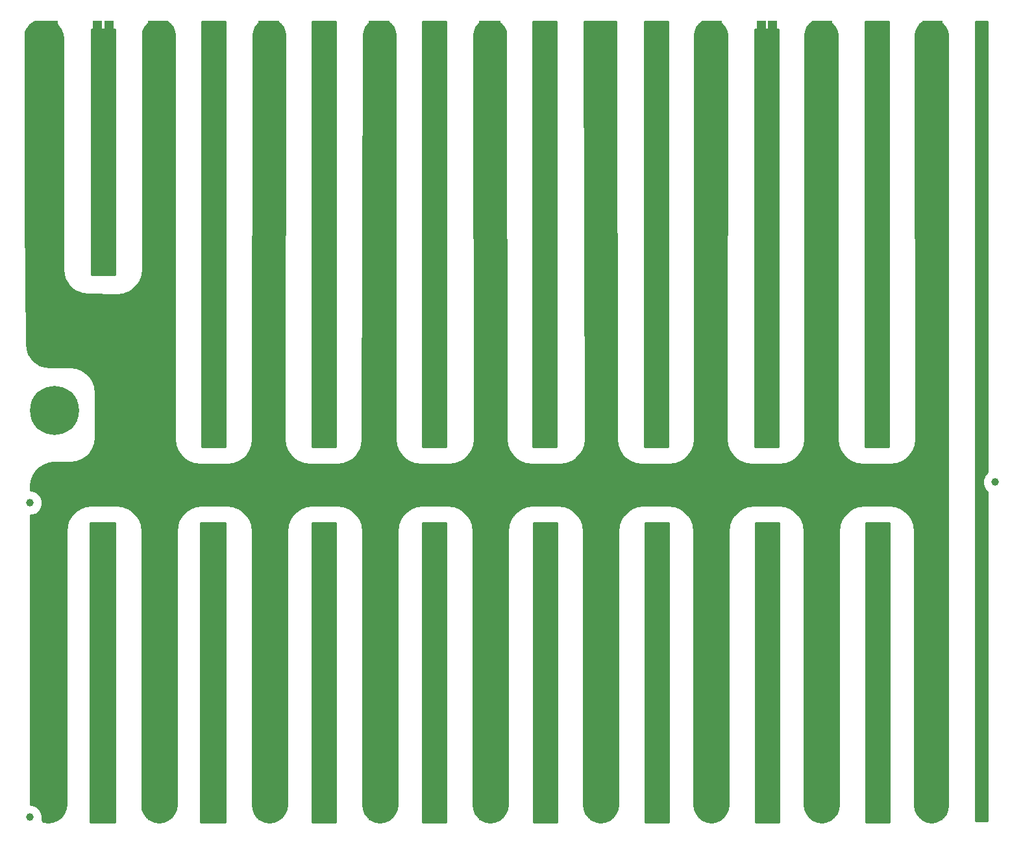
<source format=gbr>
G04 #@! TF.GenerationSoftware,KiCad,Pcbnew,(5.0.0)*
G04 #@! TF.CreationDate,2019-06-02T07:24:35-07:00*
G04 #@! TF.ProjectId,SSB Cap Board C1 - Rev2,5353422043617020426F617264204331,rev?*
G04 #@! TF.SameCoordinates,Original*
G04 #@! TF.FileFunction,Copper,L2,Bot,Signal*
G04 #@! TF.FilePolarity,Positive*
%FSLAX46Y46*%
G04 Gerber Fmt 4.6, Leading zero omitted, Abs format (unit mm)*
G04 Created by KiCad (PCBNEW (5.0.0)) date 06/02/19 07:24:35*
%MOMM*%
%LPD*%
G01*
G04 APERTURE LIST*
G04 #@! TA.AperFunction,BGAPad,CuDef*
%ADD10C,1.000000*%
G04 #@! TD*
G04 #@! TA.AperFunction,SMDPad,CuDef*
%ADD11R,1.250000X5.000000*%
G04 #@! TD*
G04 #@! TA.AperFunction,ComponentPad*
%ADD12C,6.400000*%
G04 #@! TD*
G04 #@! TA.AperFunction,ComponentPad*
%ADD13C,0.800000*%
G04 #@! TD*
G04 #@! TA.AperFunction,ViaPad*
%ADD14C,0.889000*%
G04 #@! TD*
G04 #@! TA.AperFunction,Conductor*
%ADD15C,0.254000*%
G04 #@! TD*
G04 APERTURE END LIST*
D10*
G04 #@! TO.P,REF\002A\002A,~*
G04 #@! TO.N,N/C*
X-63200000Y43000000D03*
G04 #@! TD*
G04 #@! TO.P,REF\002A\002A,~*
G04 #@! TO.N,N/C*
X-63200000Y2000000D03*
G04 #@! TD*
G04 #@! TO.P,REF\002A\002A,~*
G04 #@! TO.N,N/C*
X62700000Y45700000D03*
G04 #@! TD*
D11*
G04 #@! TO.P,C452,1*
G04 #@! TO.N,/C1+*
X4805000Y4095000D03*
G04 #@! TO.P,C452,2*
G04 #@! TO.N,/C1-*
X10505000Y4095000D03*
G04 #@! TD*
G04 #@! TO.P,C453,2*
G04 #@! TO.N,/C1-*
X-3995000Y4095000D03*
G04 #@! TO.P,C453,1*
G04 #@! TO.N,/C1+*
X-9695000Y4095000D03*
G04 #@! TD*
G04 #@! TO.P,C454,1*
G04 #@! TO.N,/C1+*
X17795000Y4105000D03*
G04 #@! TO.P,C454,2*
G04 #@! TO.N,/C1-*
X12095000Y4105000D03*
G04 #@! TD*
G04 #@! TO.P,C456,1*
G04 #@! TO.N,/C1+*
X3295000Y4105000D03*
G04 #@! TO.P,C456,2*
G04 #@! TO.N,/C1-*
X-2405000Y4105000D03*
G04 #@! TD*
G04 #@! TO.P,C446,1*
G04 #@! TO.N,/C1+*
X60995000Y4105000D03*
G04 #@! TO.P,C446,2*
G04 #@! TO.N,/C1-*
X55295000Y4105000D03*
G04 #@! TD*
G04 #@! TO.P,C449,2*
G04 #@! TO.N,/C1-*
X55295000Y9705000D03*
G04 #@! TO.P,C449,1*
G04 #@! TO.N,/C1+*
X60995000Y9705000D03*
G04 #@! TD*
G04 #@! TO.P,C451,2*
G04 #@! TO.N,/C1-*
X55295000Y15305000D03*
G04 #@! TO.P,C451,1*
G04 #@! TO.N,/C1+*
X60995000Y15305000D03*
G04 #@! TD*
G04 #@! TO.P,C438,1*
G04 #@! TO.N,/C1+*
X60995000Y20905000D03*
G04 #@! TO.P,C438,2*
G04 #@! TO.N,/C1-*
X55295000Y20905000D03*
G04 #@! TD*
G04 #@! TO.P,C410,1*
G04 #@! TO.N,/C1+*
X3295000Y15305000D03*
G04 #@! TO.P,C410,2*
G04 #@! TO.N,/C1-*
X-2405000Y15305000D03*
G04 #@! TD*
G04 #@! TO.P,C424,2*
G04 #@! TO.N,/C1-*
X55295000Y37705000D03*
G04 #@! TO.P,C424,1*
G04 #@! TO.N,/C1+*
X60995000Y37705000D03*
G04 #@! TD*
G04 #@! TO.P,C411,1*
G04 #@! TO.N,/C1+*
X60995000Y26505000D03*
G04 #@! TO.P,C411,2*
G04 #@! TO.N,/C1-*
X55295000Y26505000D03*
G04 #@! TD*
G04 #@! TO.P,C412,2*
G04 #@! TO.N,/C1-*
X53805000Y15295000D03*
G04 #@! TO.P,C412,1*
G04 #@! TO.N,/C1+*
X48105000Y15295000D03*
G04 #@! TD*
G04 #@! TO.P,C413,1*
G04 #@! TO.N,/C1+*
X4805000Y15295000D03*
G04 #@! TO.P,C413,2*
G04 #@! TO.N,/C1-*
X10505000Y15295000D03*
G04 #@! TD*
G04 #@! TO.P,C414,2*
G04 #@! TO.N,/C1-*
X55295000Y53005000D03*
G04 #@! TO.P,C414,1*
G04 #@! TO.N,/C1+*
X60995000Y53005000D03*
G04 #@! TD*
G04 #@! TO.P,C415,1*
G04 #@! TO.N,/C1+*
X60995000Y32105000D03*
G04 #@! TO.P,C415,2*
G04 #@! TO.N,/C1-*
X55295000Y32105000D03*
G04 #@! TD*
G04 #@! TO.P,C416,2*
G04 #@! TO.N,/C1-*
X40895000Y15305000D03*
G04 #@! TO.P,C416,1*
G04 #@! TO.N,/C1+*
X46595000Y15305000D03*
G04 #@! TD*
G04 #@! TO.P,C417,1*
G04 #@! TO.N,/C1+*
X17795000Y15305000D03*
G04 #@! TO.P,C417,2*
G04 #@! TO.N,/C1-*
X12095000Y15305000D03*
G04 #@! TD*
G04 #@! TO.P,C418,2*
G04 #@! TO.N,/C1-*
X55295000Y58605000D03*
G04 #@! TO.P,C418,1*
G04 #@! TO.N,/C1+*
X60995000Y58605000D03*
G04 #@! TD*
G04 #@! TO.P,C419,1*
G04 #@! TO.N,/C1+*
X60995000Y81005000D03*
G04 #@! TO.P,C419,2*
G04 #@! TO.N,/C1-*
X55295000Y81005000D03*
G04 #@! TD*
G04 #@! TO.P,C420,2*
G04 #@! TO.N,/C1-*
X39405000Y15295000D03*
G04 #@! TO.P,C420,1*
G04 #@! TO.N,/C1+*
X33705000Y15295000D03*
G04 #@! TD*
G04 #@! TO.P,C421,1*
G04 #@! TO.N,/C1+*
X32195000Y15305000D03*
G04 #@! TO.P,C421,2*
G04 #@! TO.N,/C1-*
X26495000Y15305000D03*
G04 #@! TD*
G04 #@! TO.P,C423,2*
G04 #@! TO.N,/C1-*
X55295000Y64205000D03*
G04 #@! TO.P,C423,1*
G04 #@! TO.N,/C1+*
X60995000Y64205000D03*
G04 #@! TD*
G04 #@! TO.P,C426,2*
G04 #@! TO.N,/C1-*
X55295000Y86605000D03*
G04 #@! TO.P,C426,1*
G04 #@! TO.N,/C1+*
X60995000Y86605000D03*
G04 #@! TD*
G04 #@! TO.P,C427,1*
G04 #@! TO.N,/C1+*
X19305000Y15295000D03*
G04 #@! TO.P,C427,2*
G04 #@! TO.N,/C1-*
X25005000Y15295000D03*
G04 #@! TD*
G04 #@! TO.P,C428,2*
G04 #@! TO.N,/C1-*
X55295000Y69805000D03*
G04 #@! TO.P,C428,1*
G04 #@! TO.N,/C1+*
X60995000Y69805000D03*
G04 #@! TD*
G04 #@! TO.P,C429,1*
G04 #@! TO.N,/C1+*
X60995000Y92205000D03*
G04 #@! TO.P,C429,2*
G04 #@! TO.N,/C1-*
X55295000Y92205000D03*
G04 #@! TD*
G04 #@! TO.P,C432,2*
G04 #@! TO.N,/C1-*
X55295000Y75405000D03*
G04 #@! TO.P,C432,1*
G04 #@! TO.N,/C1+*
X60995000Y75405000D03*
G04 #@! TD*
G04 #@! TO.P,C433,1*
G04 #@! TO.N,/C1+*
X60995000Y97805000D03*
G04 #@! TO.P,C433,2*
G04 #@! TO.N,/C1-*
X55295000Y97805000D03*
G04 #@! TD*
G04 #@! TO.P,C405,2*
G04 #@! TO.N,/C1-*
X55295000Y103405000D03*
G04 #@! TO.P,C405,1*
G04 #@! TO.N,/C1+*
X60995000Y103405000D03*
G04 #@! TD*
G04 #@! TO.P,C195,2*
G04 #@! TO.N,/C1-*
X-45705000Y32105000D03*
G04 #@! TO.P,C195,1*
G04 #@! TO.N,/C1+*
X-40005000Y32105000D03*
G04 #@! TD*
G04 #@! TO.P,C369,1*
G04 #@! TO.N,/C1+*
X3295000Y37705000D03*
G04 #@! TO.P,C369,2*
G04 #@! TO.N,/C1-*
X-2405000Y37705000D03*
G04 #@! TD*
G04 #@! TO.P,C194,1*
G04 #@! TO.N,/C1+*
X48105000Y92195000D03*
G04 #@! TO.P,C194,2*
G04 #@! TO.N,/C1-*
X53805000Y92195000D03*
G04 #@! TD*
G04 #@! TO.P,C193,2*
G04 #@! TO.N,/C1-*
X53805000Y97795000D03*
G04 #@! TO.P,C193,1*
G04 #@! TO.N,/C1+*
X48105000Y97795000D03*
G04 #@! TD*
G04 #@! TO.P,C196,2*
G04 #@! TO.N,/C1-*
X53805000Y103395000D03*
G04 #@! TO.P,C196,1*
G04 #@! TO.N,/C1+*
X48105000Y103395000D03*
G04 #@! TD*
G04 #@! TO.P,C197,2*
G04 #@! TO.N,/C1-*
X-16905000Y32105000D03*
G04 #@! TO.P,C197,1*
G04 #@! TO.N,/C1+*
X-11205000Y32105000D03*
G04 #@! TD*
G04 #@! TO.P,C198,1*
G04 #@! TO.N,/C1+*
X-38495000Y32095000D03*
G04 #@! TO.P,C198,2*
G04 #@! TO.N,/C1-*
X-32795000Y32095000D03*
G04 #@! TD*
G04 #@! TO.P,C199,1*
G04 #@! TO.N,/C1+*
X48105000Y9695000D03*
G04 #@! TO.P,C199,2*
G04 #@! TO.N,/C1-*
X53805000Y9695000D03*
G04 #@! TD*
G04 #@! TO.P,C200,2*
G04 #@! TO.N,/C1-*
X53805000Y32095000D03*
G04 #@! TO.P,C200,1*
G04 #@! TO.N,/C1+*
X48105000Y32095000D03*
G04 #@! TD*
G04 #@! TO.P,C191,2*
G04 #@! TO.N,/C1-*
X-31305000Y32105000D03*
G04 #@! TO.P,C191,1*
G04 #@! TO.N,/C1+*
X-25605000Y32105000D03*
G04 #@! TD*
G04 #@! TO.P,C192,2*
G04 #@! TO.N,/C1-*
X25005000Y32095000D03*
G04 #@! TO.P,C192,1*
G04 #@! TO.N,/C1+*
X19305000Y32095000D03*
G04 #@! TD*
G04 #@! TO.P,C394,1*
G04 #@! TO.N,/C1+*
X-52895000Y32095000D03*
G04 #@! TO.P,C394,2*
G04 #@! TO.N,/C1-*
X-47195000Y32095000D03*
G04 #@! TD*
G04 #@! TO.P,C391,2*
G04 #@! TO.N,/C1-*
X39405000Y20895000D03*
G04 #@! TO.P,C391,1*
G04 #@! TO.N,/C1+*
X33705000Y20895000D03*
G04 #@! TD*
G04 #@! TO.P,C393,1*
G04 #@! TO.N,/C1+*
X-52895000Y26295000D03*
G04 #@! TO.P,C393,2*
G04 #@! TO.N,/C1-*
X-47195000Y26295000D03*
G04 #@! TD*
G04 #@! TO.P,C395,2*
G04 #@! TO.N,/C1-*
X26495000Y20942000D03*
G04 #@! TO.P,C395,1*
G04 #@! TO.N,/C1+*
X32195000Y20942000D03*
G04 #@! TD*
G04 #@! TO.P,C396,2*
G04 #@! TO.N,/C1-*
X-3995000Y32095000D03*
G04 #@! TO.P,C396,1*
G04 #@! TO.N,/C1+*
X-9695000Y32095000D03*
G04 #@! TD*
G04 #@! TO.P,C397,2*
G04 #@! TO.N,/C1-*
X40895000Y32105000D03*
G04 #@! TO.P,C397,1*
G04 #@! TO.N,/C1+*
X46595000Y32105000D03*
G04 #@! TD*
G04 #@! TO.P,C398,2*
G04 #@! TO.N,/C1-*
X-2405000Y32105000D03*
G04 #@! TO.P,C398,1*
G04 #@! TO.N,/C1+*
X3295000Y32105000D03*
G04 #@! TD*
G04 #@! TO.P,C399,2*
G04 #@! TO.N,/C1-*
X-47195000Y37695000D03*
G04 #@! TO.P,C399,1*
G04 #@! TO.N,/C1+*
X-52895000Y37695000D03*
G04 #@! TD*
G04 #@! TO.P,C400,1*
G04 #@! TO.N,/C1+*
X32195000Y32105000D03*
G04 #@! TO.P,C400,2*
G04 #@! TO.N,/C1-*
X26495000Y32105000D03*
G04 #@! TD*
G04 #@! TO.P,C401,2*
G04 #@! TO.N,/C1-*
X10505000Y32095000D03*
G04 #@! TO.P,C401,1*
G04 #@! TO.N,/C1+*
X4805000Y32095000D03*
G04 #@! TD*
G04 #@! TO.P,C402,1*
G04 #@! TO.N,/C1+*
X17795000Y32105000D03*
G04 #@! TO.P,C402,2*
G04 #@! TO.N,/C1-*
X12095000Y32105000D03*
G04 #@! TD*
G04 #@! TO.P,C403,2*
G04 #@! TO.N,/C1-*
X39405000Y32095000D03*
G04 #@! TO.P,C403,1*
G04 #@! TO.N,/C1+*
X33705000Y32095000D03*
G04 #@! TD*
G04 #@! TO.P,C404,2*
G04 #@! TO.N,/C1-*
X-18395000Y32095000D03*
G04 #@! TO.P,C404,1*
G04 #@! TO.N,/C1+*
X-24095000Y32095000D03*
G04 #@! TD*
G04 #@! TO.P,C392,2*
G04 #@! TO.N,/C1-*
X53805000Y20895000D03*
G04 #@! TO.P,C392,1*
G04 #@! TO.N,/C1+*
X48105000Y20895000D03*
G04 #@! TD*
G04 #@! TO.P,C342,2*
G04 #@! TO.N,/C1-*
X26495000Y69805000D03*
G04 #@! TO.P,C342,1*
G04 #@! TO.N,/C1+*
X32195000Y69805000D03*
G04 #@! TD*
G04 #@! TO.P,C341,2*
G04 #@! TO.N,/C1-*
X25005000Y9695000D03*
G04 #@! TO.P,C341,1*
G04 #@! TO.N,/C1+*
X19305000Y9695000D03*
G04 #@! TD*
G04 #@! TO.P,C339,2*
G04 #@! TO.N,/C1-*
X39465000Y69795000D03*
G04 #@! TO.P,C339,1*
G04 #@! TO.N,/C1+*
X33765000Y69795000D03*
G04 #@! TD*
G04 #@! TO.P,C338,1*
G04 #@! TO.N,/C1+*
X46595000Y9705000D03*
G04 #@! TO.P,C338,2*
G04 #@! TO.N,/C1-*
X40895000Y9705000D03*
G04 #@! TD*
G04 #@! TO.P,C337,1*
G04 #@! TO.N,/C1+*
X-11205000Y15305000D03*
G04 #@! TO.P,C337,2*
G04 #@! TO.N,/C1-*
X-16905000Y15305000D03*
G04 #@! TD*
G04 #@! TO.P,C336,2*
G04 #@! TO.N,/C1-*
X39405000Y92195000D03*
G04 #@! TO.P,C336,1*
G04 #@! TO.N,/C1+*
X33705000Y92195000D03*
G04 #@! TD*
G04 #@! TO.P,C335,2*
G04 #@! TO.N,/C1-*
X25005000Y69795000D03*
G04 #@! TO.P,C335,1*
G04 #@! TO.N,/C1+*
X19305000Y69795000D03*
G04 #@! TD*
G04 #@! TO.P,C334,2*
G04 #@! TO.N,/C1-*
X25005000Y103395000D03*
G04 #@! TO.P,C334,1*
G04 #@! TO.N,/C1+*
X19305000Y103395000D03*
G04 #@! TD*
G04 #@! TO.P,C376,2*
G04 #@! TO.N,/C1-*
X39405000Y64195000D03*
G04 #@! TO.P,C376,1*
G04 #@! TO.N,/C1+*
X33705000Y64195000D03*
G04 #@! TD*
G04 #@! TO.P,C328,1*
G04 #@! TO.N,/C1+*
X-54405000Y15305000D03*
G04 #@! TO.P,C328,2*
G04 #@! TO.N,/C1-*
X-60105000Y15305000D03*
G04 #@! TD*
G04 #@! TO.P,C327,1*
G04 #@! TO.N,/C1+*
X-52895000Y97795000D03*
G04 #@! TO.P,C327,2*
G04 #@! TO.N,/C1-*
X-47195000Y97795000D03*
G04 #@! TD*
G04 #@! TO.P,C326,1*
G04 #@! TO.N,/C1+*
X-9695000Y15295000D03*
G04 #@! TO.P,C326,2*
G04 #@! TO.N,/C1-*
X-3995000Y15295000D03*
G04 #@! TD*
G04 #@! TO.P,C325,2*
G04 #@! TO.N,/C1-*
X25005000Y64195000D03*
G04 #@! TO.P,C325,1*
G04 #@! TO.N,/C1+*
X19305000Y64195000D03*
G04 #@! TD*
G04 #@! TO.P,C324,2*
G04 #@! TO.N,/C1-*
X25005000Y97795000D03*
G04 #@! TO.P,C324,1*
G04 #@! TO.N,/C1+*
X19305000Y97795000D03*
G04 #@! TD*
G04 #@! TO.P,C323,1*
G04 #@! TO.N,/C1+*
X32195000Y9705000D03*
G04 #@! TO.P,C323,2*
G04 #@! TO.N,/C1-*
X26495000Y9705000D03*
G04 #@! TD*
G04 #@! TO.P,C322,2*
G04 #@! TO.N,/C1-*
X40895000Y58605000D03*
G04 #@! TO.P,C322,1*
G04 #@! TO.N,/C1+*
X46595000Y58605000D03*
G04 #@! TD*
G04 #@! TO.P,C321,2*
G04 #@! TO.N,/C1-*
X39405000Y58595000D03*
G04 #@! TO.P,C321,1*
G04 #@! TO.N,/C1+*
X33705000Y58595000D03*
G04 #@! TD*
G04 #@! TO.P,C320,1*
G04 #@! TO.N,/C1+*
X17795000Y20905000D03*
G04 #@! TO.P,C320,2*
G04 #@! TO.N,/C1-*
X12095000Y20905000D03*
G04 #@! TD*
G04 #@! TO.P,C319,1*
G04 #@! TO.N,/C1+*
X-52895000Y92195000D03*
G04 #@! TO.P,C319,2*
G04 #@! TO.N,/C1-*
X-47195000Y92195000D03*
G04 #@! TD*
G04 #@! TO.P,C318,1*
G04 #@! TO.N,/C1+*
X46595000Y75405000D03*
G04 #@! TO.P,C318,2*
G04 #@! TO.N,/C1-*
X40895000Y75405000D03*
G04 #@! TD*
G04 #@! TO.P,C317,2*
G04 #@! TO.N,/C1-*
X39405000Y80995000D03*
G04 #@! TO.P,C317,1*
G04 #@! TO.N,/C1+*
X33705000Y80995000D03*
G04 #@! TD*
G04 #@! TO.P,C316,2*
G04 #@! TO.N,/C1-*
X25005000Y58595000D03*
G04 #@! TO.P,C316,1*
G04 #@! TO.N,/C1+*
X19305000Y58595000D03*
G04 #@! TD*
G04 #@! TO.P,C331,2*
G04 #@! TO.N,/C1-*
X25005000Y92195000D03*
G04 #@! TO.P,C331,1*
G04 #@! TO.N,/C1+*
X19305000Y92195000D03*
G04 #@! TD*
G04 #@! TO.P,C330,2*
G04 #@! TO.N,/C1-*
X40895000Y53005000D03*
G04 #@! TO.P,C330,1*
G04 #@! TO.N,/C1+*
X46595000Y53005000D03*
G04 #@! TD*
G04 #@! TO.P,C329,1*
G04 #@! TO.N,/C1+*
X-24095000Y103395000D03*
G04 #@! TO.P,C329,2*
G04 #@! TO.N,/C1-*
X-18395000Y103395000D03*
G04 #@! TD*
G04 #@! TO.P,C374,2*
G04 #@! TO.N,/C1-*
X39405000Y52995000D03*
G04 #@! TO.P,C374,1*
G04 #@! TO.N,/C1+*
X33705000Y52995000D03*
G04 #@! TD*
G04 #@! TO.P,C373,1*
G04 #@! TO.N,/C1+*
X3295000Y20905000D03*
G04 #@! TO.P,C373,2*
G04 #@! TO.N,/C1-*
X-2405000Y20905000D03*
G04 #@! TD*
G04 #@! TO.P,C372,1*
G04 #@! TO.N,/C1+*
X-52895000Y86595000D03*
G04 #@! TO.P,C372,2*
G04 #@! TO.N,/C1-*
X-47195000Y86595000D03*
G04 #@! TD*
G04 #@! TO.P,C371,1*
G04 #@! TO.N,/C1+*
X4805000Y92195000D03*
G04 #@! TO.P,C371,2*
G04 #@! TO.N,/C1-*
X10505000Y92195000D03*
G04 #@! TD*
G04 #@! TO.P,C370,2*
G04 #@! TO.N,/C1-*
X25005000Y37695000D03*
G04 #@! TO.P,C370,1*
G04 #@! TO.N,/C1+*
X19305000Y37695000D03*
G04 #@! TD*
G04 #@! TO.P,C368,1*
G04 #@! TO.N,/C1+*
X-9695000Y103395000D03*
G04 #@! TO.P,C368,2*
G04 #@! TO.N,/C1-*
X-3995000Y103395000D03*
G04 #@! TD*
G04 #@! TO.P,C367,2*
G04 #@! TO.N,/C1-*
X25005000Y52995000D03*
G04 #@! TO.P,C367,1*
G04 #@! TO.N,/C1+*
X19305000Y52995000D03*
G04 #@! TD*
G04 #@! TO.P,C366,2*
G04 #@! TO.N,/C1-*
X25005000Y86595000D03*
G04 #@! TO.P,C366,1*
G04 #@! TO.N,/C1+*
X19305000Y86595000D03*
G04 #@! TD*
G04 #@! TO.P,C365,2*
G04 #@! TO.N,/C1-*
X26495000Y37705000D03*
G04 #@! TO.P,C365,1*
G04 #@! TO.N,/C1+*
X32195000Y37705000D03*
G04 #@! TD*
G04 #@! TO.P,C364,1*
G04 #@! TO.N,/C1+*
X-24095000Y97795000D03*
G04 #@! TO.P,C364,2*
G04 #@! TO.N,/C1-*
X-18395000Y97795000D03*
G04 #@! TD*
G04 #@! TO.P,C346,1*
G04 #@! TO.N,/C1+*
X-11205000Y20905000D03*
G04 #@! TO.P,C346,2*
G04 #@! TO.N,/C1-*
X-16905000Y20905000D03*
G04 #@! TD*
G04 #@! TO.P,C344,1*
G04 #@! TO.N,/C1+*
X-52895000Y80995000D03*
G04 #@! TO.P,C344,2*
G04 #@! TO.N,/C1-*
X-47195000Y80995000D03*
G04 #@! TD*
G04 #@! TO.P,C359,1*
G04 #@! TO.N,/C1+*
X4805000Y86595000D03*
G04 #@! TO.P,C359,2*
G04 #@! TO.N,/C1-*
X10505000Y86595000D03*
G04 #@! TD*
G04 #@! TO.P,C358,1*
G04 #@! TO.N,/C1+*
X3295000Y53005000D03*
G04 #@! TO.P,C358,2*
G04 #@! TO.N,/C1-*
X-2405000Y53005000D03*
G04 #@! TD*
G04 #@! TO.P,C357,1*
G04 #@! TO.N,/C1+*
X-9695000Y97795000D03*
G04 #@! TO.P,C357,2*
G04 #@! TO.N,/C1-*
X-3995000Y97795000D03*
G04 #@! TD*
G04 #@! TO.P,C356,2*
G04 #@! TO.N,/C1-*
X39405000Y75395000D03*
G04 #@! TO.P,C356,1*
G04 #@! TO.N,/C1+*
X33705000Y75395000D03*
G04 #@! TD*
G04 #@! TO.P,C355,2*
G04 #@! TO.N,/C1-*
X26495000Y81005000D03*
G04 #@! TO.P,C355,1*
G04 #@! TO.N,/C1+*
X32195000Y81005000D03*
G04 #@! TD*
G04 #@! TO.P,C354,2*
G04 #@! TO.N,/C1-*
X25005000Y80995000D03*
G04 #@! TO.P,C354,1*
G04 #@! TO.N,/C1+*
X19305000Y80995000D03*
G04 #@! TD*
G04 #@! TO.P,C353,2*
G04 #@! TO.N,/C1-*
X26495000Y53005000D03*
G04 #@! TO.P,C353,1*
G04 #@! TO.N,/C1+*
X32195000Y53005000D03*
G04 #@! TD*
G04 #@! TO.P,C352,1*
G04 #@! TO.N,/C1+*
X-24095000Y92195000D03*
G04 #@! TO.P,C352,2*
G04 #@! TO.N,/C1-*
X-18395000Y92195000D03*
G04 #@! TD*
G04 #@! TO.P,C351,2*
G04 #@! TO.N,/C1-*
X39405000Y37695000D03*
G04 #@! TO.P,C351,1*
G04 #@! TO.N,/C1+*
X33705000Y37695000D03*
G04 #@! TD*
G04 #@! TO.P,C350,1*
G04 #@! TO.N,/C1+*
X-25605000Y20905000D03*
G04 #@! TO.P,C350,2*
G04 #@! TO.N,/C1-*
X-31305000Y20905000D03*
G04 #@! TD*
G04 #@! TO.P,C349,1*
G04 #@! TO.N,/C1+*
X-52895000Y75395000D03*
G04 #@! TO.P,C349,2*
G04 #@! TO.N,/C1-*
X-47195000Y75395000D03*
G04 #@! TD*
G04 #@! TO.P,C348,1*
G04 #@! TO.N,/C1+*
X4805000Y80995000D03*
G04 #@! TO.P,C348,2*
G04 #@! TO.N,/C1-*
X10505000Y80995000D03*
G04 #@! TD*
G04 #@! TO.P,C347,1*
G04 #@! TO.N,/C1+*
X3295000Y58605000D03*
G04 #@! TO.P,C347,2*
G04 #@! TO.N,/C1-*
X-2405000Y58605000D03*
G04 #@! TD*
G04 #@! TO.P,C362,1*
G04 #@! TO.N,/C1+*
X-9695000Y92195000D03*
G04 #@! TO.P,C362,2*
G04 #@! TO.N,/C1-*
X-3995000Y92195000D03*
G04 #@! TD*
G04 #@! TO.P,C361,1*
G04 #@! TO.N,/C1+*
X-11205000Y37705000D03*
G04 #@! TO.P,C361,2*
G04 #@! TO.N,/C1-*
X-16905000Y37705000D03*
G04 #@! TD*
G04 #@! TO.P,C360,2*
G04 #@! TO.N,/C1-*
X39405000Y9695000D03*
G04 #@! TO.P,C360,1*
G04 #@! TO.N,/C1+*
X33705000Y9695000D03*
G04 #@! TD*
G04 #@! TO.P,C279,1*
G04 #@! TO.N,/C1+*
X-54405000Y103405000D03*
G04 #@! TO.P,C279,2*
G04 #@! TO.N,/C1-*
X-60105000Y103405000D03*
G04 #@! TD*
G04 #@! TO.P,C278,1*
G04 #@! TO.N,/C1+*
X4805000Y75395000D03*
G04 #@! TO.P,C278,2*
G04 #@! TO.N,/C1-*
X10505000Y75395000D03*
G04 #@! TD*
G04 #@! TO.P,C277,1*
G04 #@! TO.N,/C1+*
X-9695000Y80995000D03*
G04 #@! TO.P,C277,2*
G04 #@! TO.N,/C1-*
X-3995000Y80995000D03*
G04 #@! TD*
G04 #@! TO.P,C276,1*
G04 #@! TO.N,/C1+*
X4805000Y103395000D03*
G04 #@! TO.P,C276,2*
G04 #@! TO.N,/C1-*
X10505000Y103395000D03*
G04 #@! TD*
G04 #@! TO.P,C274,1*
G04 #@! TO.N,/C1+*
X46595000Y86605000D03*
G04 #@! TO.P,C274,2*
G04 #@! TO.N,/C1-*
X40895000Y86605000D03*
G04 #@! TD*
G04 #@! TO.P,C272,1*
G04 #@! TO.N,/C1+*
X19305000Y20895000D03*
G04 #@! TO.P,C272,2*
G04 #@! TO.N,/C1-*
X25005000Y20895000D03*
G04 #@! TD*
G04 #@! TO.P,C271,1*
G04 #@! TO.N,/C1+*
X4805000Y58595000D03*
G04 #@! TO.P,C271,2*
G04 #@! TO.N,/C1-*
X10505000Y58595000D03*
G04 #@! TD*
G04 #@! TO.P,C270,1*
G04 #@! TO.N,/C1+*
X3295000Y81005000D03*
G04 #@! TO.P,C270,2*
G04 #@! TO.N,/C1-*
X-2405000Y81005000D03*
G04 #@! TD*
G04 #@! TO.P,C269,1*
G04 #@! TO.N,/C1+*
X-9695000Y69795000D03*
G04 #@! TO.P,C269,2*
G04 #@! TO.N,/C1-*
X-3995000Y69795000D03*
G04 #@! TD*
G04 #@! TO.P,C315,1*
G04 #@! TO.N,/C1+*
X-11205000Y69805000D03*
G04 #@! TO.P,C315,2*
G04 #@! TO.N,/C1-*
X-16905000Y69805000D03*
G04 #@! TD*
G04 #@! TO.P,C267,1*
G04 #@! TO.N,/C1+*
X-52895000Y103395000D03*
G04 #@! TO.P,C267,2*
G04 #@! TO.N,/C1-*
X-47195000Y103395000D03*
G04 #@! TD*
G04 #@! TO.P,C312,1*
G04 #@! TO.N,/C1+*
X3295000Y103405000D03*
G04 #@! TO.P,C312,2*
G04 #@! TO.N,/C1-*
X-2405000Y103405000D03*
G04 #@! TD*
G04 #@! TO.P,C263,1*
G04 #@! TO.N,/C1+*
X-11205000Y81005000D03*
G04 #@! TO.P,C263,2*
G04 #@! TO.N,/C1-*
X-16905000Y81005000D03*
G04 #@! TD*
G04 #@! TO.P,C256,1*
G04 #@! TO.N,/C1+*
X46595000Y69805000D03*
G04 #@! TO.P,C256,2*
G04 #@! TO.N,/C1-*
X40895000Y69805000D03*
G04 #@! TD*
G04 #@! TO.P,C255,1*
G04 #@! TO.N,/C1+*
X-24095000Y15295000D03*
G04 #@! TO.P,C255,2*
G04 #@! TO.N,/C1-*
X-18395000Y15295000D03*
G04 #@! TD*
G04 #@! TO.P,C254,1*
G04 #@! TO.N,/C1+*
X3295000Y97805000D03*
G04 #@! TO.P,C254,2*
G04 #@! TO.N,/C1-*
X-2405000Y97805000D03*
G04 #@! TD*
G04 #@! TO.P,C253,1*
G04 #@! TO.N,/C1+*
X-9695000Y52995000D03*
G04 #@! TO.P,C253,2*
G04 #@! TO.N,/C1-*
X-3995000Y52995000D03*
G04 #@! TD*
G04 #@! TO.P,C268,1*
G04 #@! TO.N,/C1+*
X-11205000Y86605000D03*
G04 #@! TO.P,C268,2*
G04 #@! TO.N,/C1-*
X-16905000Y86605000D03*
G04 #@! TD*
G04 #@! TO.P,C266,1*
G04 #@! TO.N,/C1+*
X19305000Y26495000D03*
G04 #@! TO.P,C266,2*
G04 #@! TO.N,/C1-*
X25005000Y26495000D03*
G04 #@! TD*
G04 #@! TO.P,C307,1*
G04 #@! TO.N,/C1+*
X-9695000Y9695000D03*
G04 #@! TO.P,C307,2*
G04 #@! TO.N,/C1-*
X-3995000Y9695000D03*
G04 #@! TD*
G04 #@! TO.P,C306,1*
G04 #@! TO.N,/C1+*
X-9695000Y37695000D03*
G04 #@! TO.P,C306,2*
G04 #@! TO.N,/C1-*
X-3995000Y37695000D03*
G04 #@! TD*
G04 #@! TO.P,C305,1*
G04 #@! TO.N,/C1+*
X-11205000Y92205000D03*
G04 #@! TO.P,C305,2*
G04 #@! TO.N,/C1-*
X-16905000Y92205000D03*
G04 #@! TD*
G04 #@! TO.P,C303,1*
G04 #@! TO.N,/C1+*
X-24095000Y4095000D03*
G04 #@! TO.P,C303,2*
G04 #@! TO.N,/C1-*
X-18395000Y4095000D03*
G04 #@! TD*
G04 #@! TO.P,C301,1*
G04 #@! TO.N,/C1+*
X32195000Y26505000D03*
G04 #@! TO.P,C301,2*
G04 #@! TO.N,/C1-*
X26495000Y26505000D03*
G04 #@! TD*
G04 #@! TO.P,C297,1*
G04 #@! TO.N,/C1+*
X46595000Y81005000D03*
G04 #@! TO.P,C297,2*
G04 #@! TO.N,/C1-*
X40895000Y81005000D03*
G04 #@! TD*
G04 #@! TO.P,C280,1*
G04 #@! TO.N,/C1+*
X-11205000Y97805000D03*
G04 #@! TO.P,C280,2*
G04 #@! TO.N,/C1-*
X-16905000Y97805000D03*
G04 #@! TD*
G04 #@! TO.P,C293,1*
G04 #@! TO.N,/C1+*
X46595000Y26505000D03*
G04 #@! TO.P,C293,2*
G04 #@! TO.N,/C1-*
X40895000Y26505000D03*
G04 #@! TD*
G04 #@! TO.P,C290,1*
G04 #@! TO.N,/C1+*
X4805000Y97795000D03*
G04 #@! TO.P,C290,2*
G04 #@! TO.N,/C1-*
X10505000Y97795000D03*
G04 #@! TD*
G04 #@! TO.P,C288,1*
G04 #@! TO.N,/C1+*
X-11205000Y103405000D03*
G04 #@! TO.P,C288,2*
G04 #@! TO.N,/C1-*
X-16905000Y103405000D03*
G04 #@! TD*
G04 #@! TO.P,C281,1*
G04 #@! TO.N,/C1+*
X-38495000Y15295000D03*
G04 #@! TO.P,C281,2*
G04 #@! TO.N,/C1-*
X-32795000Y15295000D03*
G04 #@! TD*
G04 #@! TO.P,C296,1*
G04 #@! TO.N,/C1+*
X19305000Y4095000D03*
G04 #@! TO.P,C296,2*
G04 #@! TO.N,/C1-*
X25005000Y4095000D03*
G04 #@! TD*
G04 #@! TO.P,C375,1*
G04 #@! TO.N,/C1+*
X-52895000Y15295000D03*
G04 #@! TO.P,C375,2*
G04 #@! TO.N,/C1-*
X-47195000Y15295000D03*
G04 #@! TD*
G04 #@! TO.P,C389,1*
G04 #@! TO.N,/C1+*
X46595000Y4105000D03*
G04 #@! TO.P,C389,2*
G04 #@! TO.N,/C1-*
X40895000Y4105000D03*
G04 #@! TD*
G04 #@! TO.P,C387,1*
G04 #@! TO.N,/C1+*
X-54405000Y32105000D03*
G04 #@! TO.P,C387,2*
G04 #@! TO.N,/C1-*
X-60105000Y32105000D03*
G04 #@! TD*
G04 #@! TO.P,C386,1*
G04 #@! TO.N,/C1+*
X-54405000Y26405000D03*
G04 #@! TO.P,C386,2*
G04 #@! TO.N,/C1-*
X-60105000Y26405000D03*
G04 #@! TD*
G04 #@! TO.P,C382,1*
G04 #@! TO.N,/C1+*
X-54405000Y37705000D03*
G04 #@! TO.P,C382,2*
G04 #@! TO.N,/C1-*
X-60105000Y37705000D03*
G04 #@! TD*
G04 #@! TO.P,C378,1*
G04 #@! TO.N,/C1+*
X-40005000Y15305000D03*
G04 #@! TO.P,C378,2*
G04 #@! TO.N,/C1-*
X-45705000Y15305000D03*
G04 #@! TD*
G04 #@! TO.P,C91,1*
G04 #@! TO.N,/C1+*
X-40005000Y26505000D03*
G04 #@! TO.P,C91,2*
G04 #@! TO.N,/C1-*
X-45705000Y26505000D03*
G04 #@! TD*
G04 #@! TO.P,C89,1*
G04 #@! TO.N,/C1+*
X-24095000Y26495000D03*
G04 #@! TO.P,C89,2*
G04 #@! TO.N,/C1-*
X-18395000Y26495000D03*
G04 #@! TD*
G04 #@! TO.P,C69,1*
G04 #@! TO.N,/C1+*
X17795000Y86605000D03*
G04 #@! TO.P,C69,2*
G04 #@! TO.N,/C1-*
X12095000Y86605000D03*
G04 #@! TD*
G04 #@! TO.P,C68,1*
G04 #@! TO.N,/C1+*
X48105000Y86595000D03*
G04 #@! TO.P,C68,2*
G04 #@! TO.N,/C1-*
X53805000Y86595000D03*
G04 #@! TD*
G04 #@! TO.P,C67,2*
G04 #@! TO.N,/C1-*
X40895000Y92205000D03*
G04 #@! TO.P,C67,1*
G04 #@! TO.N,/C1+*
X46595000Y92205000D03*
G04 #@! TD*
G04 #@! TO.P,C66,2*
G04 #@! TO.N,/C1-*
X-18395000Y64195000D03*
G04 #@! TO.P,C66,1*
G04 #@! TO.N,/C1+*
X-24095000Y64195000D03*
G04 #@! TD*
G04 #@! TO.P,C65,1*
G04 #@! TO.N,/C1+*
X17795000Y37705000D03*
G04 #@! TO.P,C65,2*
G04 #@! TO.N,/C1-*
X12095000Y37705000D03*
G04 #@! TD*
G04 #@! TO.P,C252,1*
G04 #@! TO.N,/C1+*
X48105000Y58595000D03*
G04 #@! TO.P,C252,2*
G04 #@! TO.N,/C1-*
X53805000Y58595000D03*
G04 #@! TD*
G04 #@! TO.P,C79,1*
G04 #@! TO.N,/C1+*
X-25605000Y37705000D03*
G04 #@! TO.P,C79,2*
G04 #@! TO.N,/C1-*
X-31305000Y37705000D03*
G04 #@! TD*
G04 #@! TO.P,C124,1*
G04 #@! TO.N,/C1+*
X-40005000Y37705000D03*
G04 #@! TO.P,C124,2*
G04 #@! TO.N,/C1-*
X-45705000Y37705000D03*
G04 #@! TD*
G04 #@! TO.P,C123,1*
G04 #@! TO.N,/C1+*
X-38495000Y92195000D03*
G04 #@! TO.P,C123,2*
G04 #@! TO.N,/C1-*
X-32795000Y92195000D03*
G04 #@! TD*
G04 #@! TO.P,C122,1*
G04 #@! TO.N,/C1+*
X46595000Y64205000D03*
G04 #@! TO.P,C122,2*
G04 #@! TO.N,/C1-*
X40895000Y64205000D03*
G04 #@! TD*
G04 #@! TO.P,C121,1*
G04 #@! TO.N,/C1+*
X17795000Y103415470D03*
G04 #@! TO.P,C121,2*
G04 #@! TO.N,/C1-*
X12095000Y103415470D03*
G04 #@! TD*
G04 #@! TO.P,C120,1*
G04 #@! TO.N,/C1+*
X-40005000Y4105000D03*
G04 #@! TO.P,C120,2*
G04 #@! TO.N,/C1-*
X-45705000Y4105000D03*
G04 #@! TD*
G04 #@! TO.P,C118,1*
G04 #@! TO.N,/C1+*
X-54405000Y20905000D03*
G04 #@! TO.P,C118,2*
G04 #@! TO.N,/C1-*
X-60105000Y20905000D03*
G04 #@! TD*
G04 #@! TO.P,C117,1*
G04 #@! TO.N,/C1+*
X-25605000Y92205000D03*
G04 #@! TO.P,C117,2*
G04 #@! TO.N,/C1-*
X-31305000Y92205000D03*
G04 #@! TD*
G04 #@! TO.P,C116,1*
G04 #@! TO.N,/C1+*
X-25605000Y53005000D03*
G04 #@! TO.P,C116,2*
G04 #@! TO.N,/C1-*
X-31305000Y53005000D03*
G04 #@! TD*
G04 #@! TO.P,C115,1*
G04 #@! TO.N,/C1+*
X-40005000Y53005000D03*
G04 #@! TO.P,C115,2*
G04 #@! TO.N,/C1-*
X-45705000Y53005000D03*
G04 #@! TD*
G04 #@! TO.P,C114,1*
G04 #@! TO.N,/C1+*
X-38495000Y86595000D03*
G04 #@! TO.P,C114,2*
G04 #@! TO.N,/C1-*
X-32795000Y86595000D03*
G04 #@! TD*
G04 #@! TO.P,C112,1*
G04 #@! TO.N,/C1+*
X-25605000Y81005000D03*
G04 #@! TO.P,C112,2*
G04 #@! TO.N,/C1-*
X-31305000Y81005000D03*
G04 #@! TD*
G04 #@! TO.P,C111,1*
G04 #@! TO.N,/C1+*
X-40005000Y81005000D03*
G04 #@! TO.P,C111,2*
G04 #@! TO.N,/C1-*
X-45705000Y81005000D03*
G04 #@! TD*
G04 #@! TO.P,C159,1*
G04 #@! TO.N,/C1+*
X-38495000Y58595000D03*
G04 #@! TO.P,C159,2*
G04 #@! TO.N,/C1-*
X-32795000Y58595000D03*
G04 #@! TD*
G04 #@! TO.P,C109,1*
G04 #@! TO.N,/C1+*
X17795000Y75405000D03*
G04 #@! TO.P,C109,2*
G04 #@! TO.N,/C1-*
X12095000Y75405000D03*
G04 #@! TD*
G04 #@! TO.P,C107,2*
G04 #@! TO.N,/C1-*
X-18395000Y58595000D03*
G04 #@! TO.P,C107,1*
G04 #@! TO.N,/C1+*
X-24095000Y58595000D03*
G04 #@! TD*
G04 #@! TO.P,C104,2*
G04 #@! TO.N,/C1-*
X-18395000Y37695000D03*
G04 #@! TO.P,C104,1*
G04 #@! TO.N,/C1+*
X-24095000Y37695000D03*
G04 #@! TD*
G04 #@! TO.P,C103,1*
G04 #@! TO.N,/C1+*
X-25605000Y103405000D03*
G04 #@! TO.P,C103,2*
G04 #@! TO.N,/C1-*
X-31305000Y103405000D03*
G04 #@! TD*
G04 #@! TO.P,C102,1*
G04 #@! TO.N,/C1+*
X-25605000Y64205000D03*
G04 #@! TO.P,C102,2*
G04 #@! TO.N,/C1-*
X-31305000Y64205000D03*
G04 #@! TD*
G04 #@! TO.P,C101,1*
G04 #@! TO.N,/C1+*
X-40005000Y64205000D03*
G04 #@! TO.P,C101,2*
G04 #@! TO.N,/C1-*
X-45705000Y64205000D03*
G04 #@! TD*
G04 #@! TO.P,C100,1*
G04 #@! TO.N,/C1+*
X-38495000Y75395000D03*
G04 #@! TO.P,C100,2*
G04 #@! TO.N,/C1-*
X-32795000Y75395000D03*
G04 #@! TD*
G04 #@! TO.P,C99,1*
G04 #@! TO.N,/C1+*
X17795000Y58605000D03*
G04 #@! TO.P,C99,2*
G04 #@! TO.N,/C1-*
X12095000Y58605000D03*
G04 #@! TD*
G04 #@! TO.P,C98,1*
G04 #@! TO.N,/C1+*
X-40005000Y103405000D03*
G04 #@! TO.P,C98,2*
G04 #@! TO.N,/C1-*
X-45705000Y103405000D03*
G04 #@! TD*
G04 #@! TO.P,C97,1*
G04 #@! TO.N,/C1+*
X-38495000Y4095000D03*
G04 #@! TO.P,C97,2*
G04 #@! TO.N,/C1-*
X-32795000Y4095000D03*
G04 #@! TD*
G04 #@! TO.P,C95,1*
G04 #@! TO.N,/C1+*
X46595000Y20905000D03*
G04 #@! TO.P,C95,2*
G04 #@! TO.N,/C1-*
X40895000Y20905000D03*
G04 #@! TD*
G04 #@! TO.P,C110,1*
G04 #@! TO.N,/C1+*
X-25605000Y4105000D03*
G04 #@! TO.P,C110,2*
G04 #@! TO.N,/C1-*
X-31305000Y4105000D03*
G04 #@! TD*
G04 #@! TO.P,C29,1*
G04 #@! TO.N,/C1+*
X-11205000Y9705000D03*
G04 #@! TO.P,C29,2*
G04 #@! TO.N,/C1-*
X-16905000Y9705000D03*
G04 #@! TD*
G04 #@! TO.P,C28,2*
G04 #@! TO.N,/C1-*
X-18395000Y69795000D03*
G04 #@! TO.P,C28,1*
G04 #@! TO.N,/C1+*
X-24095000Y69795000D03*
G04 #@! TD*
G04 #@! TO.P,C27,2*
G04 #@! TO.N,/C1-*
X-32795000Y103395000D03*
G04 #@! TO.P,C27,1*
G04 #@! TO.N,/C1+*
X-38495000Y103395000D03*
G04 #@! TD*
G04 #@! TO.P,C26,1*
G04 #@! TO.N,/C1+*
X46595000Y97805000D03*
G04 #@! TO.P,C26,2*
G04 #@! TO.N,/C1-*
X40895000Y97805000D03*
G04 #@! TD*
G04 #@! TO.P,C25,1*
G04 #@! TO.N,/C1+*
X48105000Y52995000D03*
G04 #@! TO.P,C25,2*
G04 #@! TO.N,/C1-*
X53805000Y52995000D03*
G04 #@! TD*
G04 #@! TO.P,C24,1*
G04 #@! TO.N,/C1+*
X-38495000Y97795000D03*
G04 #@! TO.P,C24,2*
G04 #@! TO.N,/C1-*
X-32795000Y97795000D03*
G04 #@! TD*
G04 #@! TO.P,C23,1*
G04 #@! TO.N,/C1+*
X-11205000Y4105000D03*
G04 #@! TO.P,C23,2*
G04 #@! TO.N,/C1-*
X-16905000Y4105000D03*
G04 #@! TD*
G04 #@! TO.P,C22,1*
G04 #@! TO.N,/C1+*
X-38495000Y20895000D03*
G04 #@! TO.P,C22,2*
G04 #@! TO.N,/C1-*
X-32795000Y20895000D03*
G04 #@! TD*
G04 #@! TO.P,C21,1*
G04 #@! TO.N,/C1+*
X3295000Y9705000D03*
G04 #@! TO.P,C21,2*
G04 #@! TO.N,/C1-*
X-2405000Y9705000D03*
G04 #@! TD*
G04 #@! TO.P,C20,1*
G04 #@! TO.N,/C1+*
X-40005000Y69805000D03*
G04 #@! TO.P,C20,2*
G04 #@! TO.N,/C1-*
X-45705000Y69805000D03*
G04 #@! TD*
G04 #@! TO.P,C19,1*
G04 #@! TO.N,/C1+*
X-38495000Y69795000D03*
G04 #@! TO.P,C19,2*
G04 #@! TO.N,/C1-*
X-32795000Y69795000D03*
G04 #@! TD*
G04 #@! TO.P,C18,1*
G04 #@! TO.N,/C1+*
X17795000Y64205000D03*
G04 #@! TO.P,C18,2*
G04 #@! TO.N,/C1-*
X12095000Y64205000D03*
G04 #@! TD*
G04 #@! TO.P,C64,1*
G04 #@! TO.N,/C1+*
X-40005000Y9705000D03*
G04 #@! TO.P,C64,2*
G04 #@! TO.N,/C1-*
X-45705000Y9705000D03*
G04 #@! TD*
G04 #@! TO.P,C16,1*
G04 #@! TO.N,/C1+*
X-40005000Y20905000D03*
G04 #@! TO.P,C16,2*
G04 #@! TO.N,/C1-*
X-45705000Y20905000D03*
G04 #@! TD*
G04 #@! TO.P,C2,1*
G04 #@! TO.N,/C1+*
X-38495000Y26495000D03*
G04 #@! TO.P,C2,2*
G04 #@! TO.N,/C1-*
X-32795000Y26495000D03*
G04 #@! TD*
G04 #@! TO.P,C5,1*
G04 #@! TO.N,/C1+*
X-24095000Y9695000D03*
G04 #@! TO.P,C5,2*
G04 #@! TO.N,/C1-*
X-18395000Y9695000D03*
G04 #@! TD*
G04 #@! TO.P,C6,1*
G04 #@! TO.N,/C1+*
X-25605000Y75405000D03*
G04 #@! TO.P,C6,2*
G04 #@! TO.N,/C1-*
X-31305000Y75405000D03*
G04 #@! TD*
G04 #@! TO.P,C7,1*
G04 #@! TO.N,/C1+*
X-40005000Y75405000D03*
G04 #@! TO.P,C7,2*
G04 #@! TO.N,/C1-*
X-45705000Y75405000D03*
G04 #@! TD*
G04 #@! TO.P,C8,1*
G04 #@! TO.N,/C1+*
X-38495000Y64195000D03*
G04 #@! TO.P,C8,2*
G04 #@! TO.N,/C1-*
X-32795000Y64195000D03*
G04 #@! TD*
G04 #@! TO.P,C9,1*
G04 #@! TO.N,/C1+*
X17795000Y69805000D03*
G04 #@! TO.P,C9,2*
G04 #@! TO.N,/C1-*
X12095000Y69805000D03*
G04 #@! TD*
G04 #@! TO.P,C10,1*
G04 #@! TO.N,/C1+*
X33705000Y4095000D03*
G04 #@! TO.P,C10,2*
G04 #@! TO.N,/C1-*
X39405000Y4095000D03*
G04 #@! TD*
G04 #@! TO.P,C11,1*
G04 #@! TO.N,/C1+*
X-52895000Y20895000D03*
G04 #@! TO.P,C11,2*
G04 #@! TO.N,/C1-*
X-47195000Y20895000D03*
G04 #@! TD*
G04 #@! TO.P,C17,2*
G04 #@! TO.N,/C1-*
X26495000Y86605000D03*
G04 #@! TO.P,C17,1*
G04 #@! TO.N,/C1+*
X32195000Y86605000D03*
G04 #@! TD*
G04 #@! TO.P,C58,1*
G04 #@! TO.N,/C1+*
X-25605000Y86605000D03*
G04 #@! TO.P,C58,2*
G04 #@! TO.N,/C1-*
X-31305000Y86605000D03*
G04 #@! TD*
G04 #@! TO.P,C57,1*
G04 #@! TO.N,/C1+*
X-38495000Y37695000D03*
G04 #@! TO.P,C57,2*
G04 #@! TO.N,/C1-*
X-32795000Y37695000D03*
G04 #@! TD*
G04 #@! TO.P,C56,1*
G04 #@! TO.N,/C1+*
X-40005000Y86605000D03*
G04 #@! TO.P,C56,2*
G04 #@! TO.N,/C1-*
X-45705000Y86605000D03*
G04 #@! TD*
G04 #@! TO.P,C55,1*
G04 #@! TO.N,/C1+*
X-38495000Y52995000D03*
G04 #@! TO.P,C55,2*
G04 #@! TO.N,/C1-*
X-32795000Y52995000D03*
G04 #@! TD*
G04 #@! TO.P,C54,1*
G04 #@! TO.N,/C1+*
X17795000Y81005000D03*
G04 #@! TO.P,C54,2*
G04 #@! TO.N,/C1-*
X12095000Y81005000D03*
G04 #@! TD*
G04 #@! TO.P,C53,1*
G04 #@! TO.N,/C1+*
X33705000Y26495000D03*
G04 #@! TO.P,C53,2*
G04 #@! TO.N,/C1-*
X39405000Y26495000D03*
G04 #@! TD*
G04 #@! TO.P,C52,1*
G04 #@! TO.N,/C1+*
X-25605000Y9705000D03*
G04 #@! TO.P,C52,2*
G04 #@! TO.N,/C1-*
X-31305000Y9705000D03*
G04 #@! TD*
G04 #@! TO.P,C47,1*
G04 #@! TO.N,/C1+*
X4805000Y26495000D03*
G04 #@! TO.P,C47,2*
G04 #@! TO.N,/C1-*
X10505000Y26495000D03*
G04 #@! TD*
G04 #@! TO.P,C30,1*
G04 #@! TO.N,/C1+*
X-40005000Y92205000D03*
G04 #@! TO.P,C30,2*
G04 #@! TO.N,/C1-*
X-45705000Y92205000D03*
G04 #@! TD*
G04 #@! TO.P,C43,1*
G04 #@! TO.N,/C1+*
X48105000Y75395000D03*
G04 #@! TO.P,C43,2*
G04 #@! TO.N,/C1-*
X53805000Y75395000D03*
G04 #@! TD*
G04 #@! TO.P,C42,1*
G04 #@! TO.N,/C1+*
X-25605000Y69805000D03*
G04 #@! TO.P,C42,2*
G04 #@! TO.N,/C1-*
X-31305000Y69805000D03*
G04 #@! TD*
G04 #@! TO.P,C41,1*
G04 #@! TO.N,/C1+*
X48105000Y26495000D03*
G04 #@! TO.P,C41,2*
G04 #@! TO.N,/C1-*
X53805000Y26495000D03*
G04 #@! TD*
G04 #@! TO.P,C218,1*
G04 #@! TO.N,/C1+*
X-9695000Y58595000D03*
G04 #@! TO.P,C218,2*
G04 #@! TO.N,/C1-*
X-3995000Y58595000D03*
G04 #@! TD*
G04 #@! TO.P,C217,1*
G04 #@! TO.N,/C1+*
X3295000Y92205000D03*
G04 #@! TO.P,C217,2*
G04 #@! TO.N,/C1-*
X-2405000Y92205000D03*
G04 #@! TD*
G04 #@! TO.P,C216,1*
G04 #@! TO.N,/C1+*
X4805000Y37695000D03*
G04 #@! TO.P,C216,2*
G04 #@! TO.N,/C1-*
X10505000Y37695000D03*
G04 #@! TD*
G04 #@! TO.P,C214,1*
G04 #@! TO.N,/C1+*
X48105000Y37695000D03*
G04 #@! TO.P,C214,2*
G04 #@! TO.N,/C1-*
X53805000Y37695000D03*
G04 #@! TD*
G04 #@! TO.P,C211,1*
G04 #@! TO.N,/C1+*
X32195000Y4105000D03*
G04 #@! TO.P,C211,2*
G04 #@! TO.N,/C1-*
X26495000Y4105000D03*
G04 #@! TD*
G04 #@! TO.P,C210,2*
G04 #@! TO.N,/C1-*
X-32795000Y9695000D03*
G04 #@! TO.P,C210,1*
G04 #@! TO.N,/C1+*
X-38495000Y9695000D03*
G04 #@! TD*
G04 #@! TO.P,C208,1*
G04 #@! TO.N,/C1+*
X-11205000Y75405000D03*
G04 #@! TO.P,C208,2*
G04 #@! TO.N,/C1-*
X-16905000Y75405000D03*
G04 #@! TD*
G04 #@! TO.P,C207,1*
G04 #@! TO.N,/C1+*
X-9695000Y64195000D03*
G04 #@! TO.P,C207,2*
G04 #@! TO.N,/C1-*
X-3995000Y64195000D03*
G04 #@! TD*
G04 #@! TO.P,C206,1*
G04 #@! TO.N,/C1+*
X3295000Y86605000D03*
G04 #@! TO.P,C206,2*
G04 #@! TO.N,/C1-*
X-2405000Y86605000D03*
G04 #@! TD*
G04 #@! TO.P,C205,1*
G04 #@! TO.N,/C1+*
X4805000Y52995000D03*
G04 #@! TO.P,C205,2*
G04 #@! TO.N,/C1-*
X10505000Y52995000D03*
G04 #@! TD*
G04 #@! TO.P,C202,1*
G04 #@! TO.N,/C1+*
X-54405000Y97805000D03*
G04 #@! TO.P,C202,2*
G04 #@! TO.N,/C1-*
X-60105000Y97805000D03*
G04 #@! TD*
G04 #@! TO.P,C204,2*
G04 #@! TO.N,/C1-*
X39405000Y97795000D03*
G04 #@! TO.P,C204,1*
G04 #@! TO.N,/C1+*
X33705000Y97795000D03*
G04 #@! TD*
G04 #@! TO.P,C250,1*
G04 #@! TO.N,/C1+*
X-52895000Y9695000D03*
G04 #@! TO.P,C250,2*
G04 #@! TO.N,/C1-*
X-47195000Y9695000D03*
G04 #@! TD*
G04 #@! TO.P,C249,1*
G04 #@! TO.N,/C1+*
X-11205000Y64205000D03*
G04 #@! TO.P,C249,2*
G04 #@! TO.N,/C1-*
X-16905000Y64205000D03*
G04 #@! TD*
G04 #@! TO.P,C248,1*
G04 #@! TO.N,/C1+*
X-9695000Y75395000D03*
G04 #@! TO.P,C248,2*
G04 #@! TO.N,/C1-*
X-3995000Y75395000D03*
G04 #@! TD*
G04 #@! TO.P,C247,1*
G04 #@! TO.N,/C1+*
X3295000Y75405000D03*
G04 #@! TO.P,C247,2*
G04 #@! TO.N,/C1-*
X-2405000Y75405000D03*
G04 #@! TD*
G04 #@! TO.P,C246,1*
G04 #@! TO.N,/C1+*
X4805000Y64195000D03*
G04 #@! TO.P,C246,2*
G04 #@! TO.N,/C1-*
X10505000Y64195000D03*
G04 #@! TD*
G04 #@! TO.P,C245,1*
G04 #@! TO.N,/C1+*
X4805000Y20895000D03*
G04 #@! TO.P,C245,2*
G04 #@! TO.N,/C1-*
X10505000Y20895000D03*
G04 #@! TD*
G04 #@! TO.P,C244,1*
G04 #@! TO.N,/C1+*
X-54405000Y86605000D03*
G04 #@! TO.P,C244,2*
G04 #@! TO.N,/C1-*
X-60105000Y86605000D03*
G04 #@! TD*
G04 #@! TO.P,C242,1*
G04 #@! TO.N,/C1+*
X4805000Y9695000D03*
G04 #@! TO.P,C242,2*
G04 #@! TO.N,/C1-*
X10505000Y9695000D03*
G04 #@! TD*
G04 #@! TO.P,C241,1*
G04 #@! TO.N,/C1+*
X-24095000Y75395000D03*
G04 #@! TO.P,C241,2*
G04 #@! TO.N,/C1-*
X-18395000Y75395000D03*
G04 #@! TD*
G04 #@! TO.P,C240,2*
G04 #@! TO.N,/C1-*
X39405000Y103395000D03*
G04 #@! TO.P,C240,1*
G04 #@! TO.N,/C1+*
X33705000Y103395000D03*
G04 #@! TD*
G04 #@! TO.P,C239,1*
G04 #@! TO.N,/C1+*
X32195000Y97805000D03*
G04 #@! TO.P,C239,2*
G04 #@! TO.N,/C1-*
X26495000Y97805000D03*
G04 #@! TD*
G04 #@! TO.P,C238,1*
G04 #@! TO.N,/C1+*
X-11205000Y58605000D03*
G04 #@! TO.P,C238,2*
G04 #@! TO.N,/C1-*
X-16905000Y58605000D03*
G04 #@! TD*
G04 #@! TO.P,C219,1*
G04 #@! TO.N,/C1+*
X3295000Y69805000D03*
G04 #@! TO.P,C219,2*
G04 #@! TO.N,/C1-*
X-2405000Y69805000D03*
G04 #@! TD*
G04 #@! TO.P,C235,1*
G04 #@! TO.N,/C1+*
X4805000Y69795000D03*
G04 #@! TO.P,C235,2*
G04 #@! TO.N,/C1-*
X10505000Y69795000D03*
G04 #@! TD*
G04 #@! TO.P,C234,1*
G04 #@! TO.N,/C1+*
X-9695000Y20895000D03*
G04 #@! TO.P,C234,2*
G04 #@! TO.N,/C1-*
X-3995000Y20895000D03*
G04 #@! TD*
G04 #@! TO.P,C233,1*
G04 #@! TO.N,/C1+*
X-54405000Y81005000D03*
G04 #@! TO.P,C233,2*
G04 #@! TO.N,/C1-*
X-60105000Y81005000D03*
G04 #@! TD*
G04 #@! TO.P,C232,1*
G04 #@! TO.N,/C1+*
X32195000Y103405000D03*
G04 #@! TO.P,C232,2*
G04 #@! TO.N,/C1-*
X26495000Y103405000D03*
G04 #@! TD*
G04 #@! TO.P,C231,1*
G04 #@! TO.N,/C1+*
X-24095000Y80995000D03*
G04 #@! TO.P,C231,2*
G04 #@! TO.N,/C1-*
X-18395000Y80995000D03*
G04 #@! TD*
G04 #@! TO.P,C230,1*
G04 #@! TO.N,/C1+*
X-54405000Y92205000D03*
G04 #@! TO.P,C230,2*
G04 #@! TO.N,/C1-*
X-60105000Y92205000D03*
G04 #@! TD*
G04 #@! TO.P,C229,2*
G04 #@! TO.N,/C1-*
X26495000Y58605000D03*
G04 #@! TO.P,C229,1*
G04 #@! TO.N,/C1+*
X32195000Y58605000D03*
G04 #@! TD*
G04 #@! TO.P,C228,1*
G04 #@! TO.N,/C1+*
X-24095000Y86595000D03*
G04 #@! TO.P,C228,2*
G04 #@! TO.N,/C1-*
X-18395000Y86595000D03*
G04 #@! TD*
G04 #@! TO.P,C227,2*
G04 #@! TO.N,/C1-*
X40895000Y37705000D03*
G04 #@! TO.P,C227,1*
G04 #@! TO.N,/C1+*
X46595000Y37705000D03*
G04 #@! TD*
G04 #@! TO.P,C226,1*
G04 #@! TO.N,/C1+*
X-54405000Y75405000D03*
G04 #@! TO.P,C226,2*
G04 #@! TO.N,/C1-*
X-60105000Y75405000D03*
G04 #@! TD*
G04 #@! TO.P,C225,1*
G04 #@! TO.N,/C1+*
X-24095000Y20895000D03*
G04 #@! TO.P,C225,2*
G04 #@! TO.N,/C1-*
X-18395000Y20895000D03*
G04 #@! TD*
G04 #@! TO.P,C224,1*
G04 #@! TO.N,/C1+*
X3295000Y64205000D03*
G04 #@! TO.P,C224,2*
G04 #@! TO.N,/C1-*
X-2405000Y64205000D03*
G04 #@! TD*
G04 #@! TO.P,C223,1*
G04 #@! TO.N,/C1+*
X-9695000Y86595000D03*
G04 #@! TO.P,C223,2*
G04 #@! TO.N,/C1-*
X-3995000Y86595000D03*
G04 #@! TD*
G04 #@! TO.P,C222,1*
G04 #@! TO.N,/C1+*
X-11205000Y53005000D03*
G04 #@! TO.P,C222,2*
G04 #@! TO.N,/C1-*
X-16905000Y53005000D03*
G04 #@! TD*
G04 #@! TO.P,C237,1*
G04 #@! TO.N,/C1+*
X-54405000Y9705000D03*
G04 #@! TO.P,C237,2*
G04 #@! TO.N,/C1-*
X-60105000Y9705000D03*
G04 #@! TD*
G04 #@! TO.P,C220,2*
G04 #@! TO.N,/C1-*
X26495000Y64205000D03*
G04 #@! TO.P,C220,1*
G04 #@! TO.N,/C1+*
X32195000Y64205000D03*
G04 #@! TD*
G04 #@! TO.P,C151,1*
G04 #@! TO.N,/C1+*
X46595000Y103405000D03*
G04 #@! TO.P,C151,2*
G04 #@! TO.N,/C1-*
X40895000Y103405000D03*
G04 #@! TD*
G04 #@! TO.P,C150,1*
G04 #@! TO.N,/C1+*
X17795000Y97805000D03*
G04 #@! TO.P,C150,2*
G04 #@! TO.N,/C1-*
X12095000Y97805000D03*
G04 #@! TD*
G04 #@! TO.P,C140,1*
G04 #@! TO.N,/C1+*
X-9695000Y26495000D03*
G04 #@! TO.P,C140,2*
G04 #@! TO.N,/C1-*
X-3995000Y26495000D03*
G04 #@! TD*
G04 #@! TO.P,C132,1*
G04 #@! TO.N,/C1+*
X48105000Y80995000D03*
G04 #@! TO.P,C132,2*
G04 #@! TO.N,/C1-*
X53805000Y80995000D03*
G04 #@! TD*
G04 #@! TO.P,C131,1*
G04 #@! TO.N,/C1+*
X17795000Y26505000D03*
G04 #@! TO.P,C131,2*
G04 #@! TO.N,/C1-*
X12095000Y26505000D03*
G04 #@! TD*
G04 #@! TO.P,C130,1*
G04 #@! TO.N,/C1+*
X17795000Y92205000D03*
G04 #@! TO.P,C130,2*
G04 #@! TO.N,/C1-*
X12095000Y92205000D03*
G04 #@! TD*
G04 #@! TO.P,C129,1*
G04 #@! TO.N,/C1+*
X17795000Y9705000D03*
G04 #@! TO.P,C129,2*
G04 #@! TO.N,/C1-*
X12095000Y9705000D03*
G04 #@! TD*
G04 #@! TO.P,C128,1*
G04 #@! TO.N,/C1+*
X-25605000Y15305000D03*
G04 #@! TO.P,C128,2*
G04 #@! TO.N,/C1-*
X-31305000Y15305000D03*
G04 #@! TD*
G04 #@! TO.P,C127,1*
G04 #@! TO.N,/C1+*
X-52895000Y4095000D03*
G04 #@! TO.P,C127,2*
G04 #@! TO.N,/C1-*
X-47195000Y4095000D03*
G04 #@! TD*
G04 #@! TO.P,C141,2*
G04 #@! TO.N,/C1-*
X-18395000Y52995000D03*
G04 #@! TO.P,C141,1*
G04 #@! TO.N,/C1+*
X-24095000Y52995000D03*
G04 #@! TD*
G04 #@! TO.P,C187,1*
G04 #@! TO.N,/C1+*
X-25605000Y97805000D03*
G04 #@! TO.P,C187,2*
G04 #@! TO.N,/C1-*
X-31305000Y97805000D03*
G04 #@! TD*
G04 #@! TO.P,C186,1*
G04 #@! TO.N,/C1+*
X-25605000Y58605000D03*
G04 #@! TO.P,C186,2*
G04 #@! TO.N,/C1-*
X-31305000Y58605000D03*
G04 #@! TD*
G04 #@! TO.P,C185,1*
G04 #@! TO.N,/C1+*
X-40005000Y58605000D03*
G04 #@! TO.P,C185,2*
G04 #@! TO.N,/C1-*
X-45705000Y58605000D03*
G04 #@! TD*
G04 #@! TO.P,C184,1*
G04 #@! TO.N,/C1+*
X-38495000Y80995000D03*
G04 #@! TO.P,C184,2*
G04 #@! TO.N,/C1-*
X-32795000Y80995000D03*
G04 #@! TD*
G04 #@! TO.P,C183,1*
G04 #@! TO.N,/C1+*
X17795000Y53005000D03*
G04 #@! TO.P,C183,2*
G04 #@! TO.N,/C1-*
X12095000Y53005000D03*
G04 #@! TD*
G04 #@! TO.P,C182,1*
G04 #@! TO.N,/C1+*
X-40005000Y97805000D03*
G04 #@! TO.P,C182,2*
G04 #@! TO.N,/C1-*
X-45705000Y97805000D03*
G04 #@! TD*
G04 #@! TO.P,C181,2*
G04 #@! TO.N,/C1-*
X26495000Y92205000D03*
G04 #@! TO.P,C181,1*
G04 #@! TO.N,/C1+*
X32195000Y92205000D03*
G04 #@! TD*
G04 #@! TO.P,C180,1*
G04 #@! TO.N,/C1+*
X48105000Y64195000D03*
G04 #@! TO.P,C180,2*
G04 #@! TO.N,/C1-*
X53805000Y64195000D03*
G04 #@! TD*
G04 #@! TO.P,C178,1*
G04 #@! TO.N,/C1+*
X-11205000Y26505000D03*
G04 #@! TO.P,C178,2*
G04 #@! TO.N,/C1-*
X-16905000Y26505000D03*
G04 #@! TD*
G04 #@! TO.P,C176,1*
G04 #@! TO.N,/C1+*
X48105000Y4095000D03*
G04 #@! TO.P,C176,2*
G04 #@! TO.N,/C1-*
X53805000Y4095000D03*
G04 #@! TD*
G04 #@! TO.P,C221,2*
G04 #@! TO.N,/C1-*
X39405000Y86595000D03*
G04 #@! TO.P,C221,1*
G04 #@! TO.N,/C1+*
X33705000Y86595000D03*
G04 #@! TD*
G04 #@! TO.P,C157,1*
G04 #@! TO.N,/C1+*
X3295000Y26505000D03*
G04 #@! TO.P,C157,2*
G04 #@! TO.N,/C1-*
X-2405000Y26505000D03*
G04 #@! TD*
G04 #@! TO.P,C168,1*
G04 #@! TO.N,/C1+*
X-25605000Y26505000D03*
G04 #@! TO.P,C168,2*
G04 #@! TO.N,/C1-*
X-31305000Y26505000D03*
G04 #@! TD*
G04 #@! TO.P,C167,1*
G04 #@! TO.N,/C1+*
X48105000Y69795000D03*
G04 #@! TO.P,C167,2*
G04 #@! TO.N,/C1-*
X53805000Y69795000D03*
G04 #@! TD*
G04 #@! TO.P,C345,2*
G04 #@! TO.N,/C1-*
X26495000Y75405000D03*
G04 #@! TO.P,C345,1*
G04 #@! TO.N,/C1+*
X32195000Y75405000D03*
G04 #@! TD*
G04 #@! TO.P,C236,2*
G04 #@! TO.N,/C1-*
X25005000Y75395000D03*
G04 #@! TO.P,C236,1*
G04 #@! TO.N,/C1+*
X19305000Y75395000D03*
G04 #@! TD*
G04 #@! TO.P,C173,1*
G04 #@! TO.N,/C1+*
X-54405000Y4105000D03*
G04 #@! TO.P,C173,2*
G04 #@! TO.N,/C1-*
X-60105000Y4105000D03*
G04 #@! TD*
D12*
G04 #@! TO.P,TP1,1*
G04 #@! TO.N,/C1+*
X-60000000Y55000000D03*
D13*
X-57600000Y55000000D03*
X-58302944Y53302944D03*
X-60000000Y52600000D03*
X-61697056Y53302944D03*
X-62400000Y55000000D03*
X-61697056Y56697056D03*
X-60000000Y57400000D03*
X-58302944Y56697056D03*
G04 #@! TD*
D12*
G04 #@! TO.P,TP2,1*
G04 #@! TO.N,/C1-*
X-60000000Y66000000D03*
D13*
X-57600000Y66000000D03*
X-58302944Y64302944D03*
X-60000000Y63600000D03*
X-61697056Y64302944D03*
X-62400000Y66000000D03*
X-61697056Y67697056D03*
X-60000000Y68400000D03*
X-58302944Y67697056D03*
G04 #@! TD*
D14*
G04 #@! TO.N,/C1-*
X-18400000Y103400000D03*
X-18400000Y97800000D03*
X-18400000Y92200000D03*
X-18400000Y86600000D03*
X-18400000Y81000000D03*
X-18400000Y75400000D03*
X-18400000Y69800000D03*
X-18400000Y64200000D03*
X-18400000Y58600000D03*
X-18400000Y53000000D03*
X-18400000Y37700000D03*
X-18400000Y105100000D03*
X-18400000Y99500000D03*
X-18400000Y93900000D03*
X-18400000Y88300000D03*
X-18400000Y82700000D03*
X-18400000Y77100000D03*
X-18400000Y71500000D03*
X-18400000Y65900000D03*
X-18400000Y60300000D03*
X-18400000Y54700000D03*
X-18400000Y39400000D03*
X-18400000Y101700000D03*
X-18400000Y96100000D03*
X-18400000Y90500000D03*
X-18400000Y84900000D03*
X-18400000Y79300000D03*
X-18400000Y73700000D03*
X-18400000Y68100000D03*
X-18400000Y62500000D03*
X-18400000Y56900000D03*
X-18400000Y51300000D03*
X-18400000Y36000000D03*
X-31300000Y101700000D03*
X-31300000Y96100000D03*
X-31300000Y90500000D03*
X-31300000Y84900000D03*
X-31300000Y79300000D03*
X-31300000Y73700000D03*
X-31300000Y68100000D03*
X-31300000Y62500000D03*
X-31300000Y56900000D03*
X-31300000Y51300000D03*
X-31300000Y36000000D03*
X-31300000Y103400000D03*
X-31300000Y97800000D03*
X-31300000Y92200000D03*
X-31300000Y86600000D03*
X-31300000Y81000000D03*
X-31300000Y75400000D03*
X-31300000Y69800000D03*
X-31300000Y64200000D03*
X-31300000Y58600000D03*
X-31300000Y53000000D03*
X-31300000Y37700000D03*
X-31300000Y105100000D03*
X-31300000Y99500000D03*
X-31300000Y93900000D03*
X-31300000Y88300000D03*
X-31300000Y82700000D03*
X-31300000Y77100000D03*
X-31300000Y71500000D03*
X-31300000Y65900000D03*
X-31300000Y60300000D03*
X-31300000Y54700000D03*
X-31300000Y39400000D03*
X-32800000Y103400000D03*
X-32800000Y97800000D03*
X-32800000Y92200000D03*
X-32800000Y86600000D03*
X-32800000Y81000000D03*
X-32800000Y75400000D03*
X-32800000Y69800000D03*
X-32800000Y64200000D03*
X-32800000Y58600000D03*
X-32800000Y53000000D03*
X-32800000Y37700000D03*
X-32800000Y101700000D03*
X-32800000Y96100000D03*
X-32800000Y90500000D03*
X-32800000Y84900000D03*
X-32800000Y79300000D03*
X-32800000Y73700000D03*
X-32800000Y68100000D03*
X-32800000Y62500000D03*
X-32800000Y56900000D03*
X-32800000Y51300000D03*
X-32800000Y36000000D03*
X-32800000Y105100000D03*
X-32800000Y99500000D03*
X-32800000Y93900000D03*
X-32800000Y88300000D03*
X-32800000Y82700000D03*
X-32800000Y77100000D03*
X-32800000Y71500000D03*
X-32800000Y65900000D03*
X-32800000Y60300000D03*
X-32800000Y54700000D03*
X-32800000Y39400000D03*
X-45700000Y101700000D03*
X-45700000Y96100000D03*
X-45700000Y90500000D03*
X-45700000Y84900000D03*
X-45700000Y79300000D03*
X-45700000Y73700000D03*
X-45700000Y68100000D03*
X-45700000Y62500000D03*
X-45700000Y56900000D03*
X-45700000Y51300000D03*
X-45700000Y36000000D03*
X-45700000Y103400000D03*
X-45700000Y97800000D03*
X-45700000Y92200000D03*
X-45700000Y86600000D03*
X-45700000Y81000000D03*
X-45700000Y75400000D03*
X-45700000Y69800000D03*
X-45700000Y64200000D03*
X-45700000Y58600000D03*
X-45700000Y53000000D03*
X-45700000Y37700000D03*
X-45700000Y105100000D03*
X-45700000Y99500000D03*
X-45700000Y93900000D03*
X-45700000Y88300000D03*
X-45700000Y82700000D03*
X-45700000Y77100000D03*
X-45700000Y71500000D03*
X-45700000Y65900000D03*
X-45700000Y60300000D03*
X-45700000Y54700000D03*
X-45700000Y39400000D03*
X-47200000Y105100000D03*
X-47200000Y99500000D03*
X-47200000Y93900000D03*
X-47200000Y88300000D03*
X-47200000Y82700000D03*
X-47200000Y77100000D03*
X-47200000Y103400000D03*
X-47200000Y97800000D03*
X-47200000Y92200000D03*
X-47200000Y86600000D03*
X-47200000Y81000000D03*
X-47200000Y75400000D03*
X-47200000Y101700000D03*
X-47200000Y96100000D03*
X-47200000Y90500000D03*
X-47200000Y84900000D03*
X-47200000Y79300000D03*
X-47200000Y73700000D03*
X-60100000Y101700000D03*
X-60100000Y96100000D03*
X-60100000Y90500000D03*
X-60100000Y84900000D03*
X-60100000Y79300000D03*
X-60100000Y73700000D03*
X-60100000Y103400000D03*
X-60100000Y97800000D03*
X-60100000Y92200000D03*
X-60100000Y86600000D03*
X-60100000Y81000000D03*
X-60100000Y75400000D03*
X-60100000Y105100000D03*
X-60100000Y99500000D03*
X-60100000Y93900000D03*
X-60100000Y88300000D03*
X-60100000Y82700000D03*
X-60100000Y77100000D03*
X-16900000Y105100000D03*
X-16900000Y99500000D03*
X-16900000Y93900000D03*
X-16900000Y88300000D03*
X-16900000Y82700000D03*
X-16900000Y77100000D03*
X-16900000Y71500000D03*
X-16900000Y65900000D03*
X-16900000Y60300000D03*
X-16900000Y54700000D03*
X-16900000Y39400000D03*
X-16900000Y103400000D03*
X-16900000Y97800000D03*
X-16900000Y92200000D03*
X-16900000Y86600000D03*
X-16900000Y81000000D03*
X-16900000Y75400000D03*
X-16900000Y69800000D03*
X-16900000Y64200000D03*
X-16900000Y58600000D03*
X-16900000Y53000000D03*
X-16900000Y37700000D03*
X-16900000Y101700000D03*
X-16900000Y96100000D03*
X-16900000Y90500000D03*
X-16900000Y84900000D03*
X-16900000Y79300000D03*
X-16900000Y73700000D03*
X-16900000Y68100000D03*
X-16900000Y62500000D03*
X-16900000Y56900000D03*
X-16900000Y51300000D03*
X-16900000Y36000000D03*
X-4000000Y101700000D03*
X-4000000Y96100000D03*
X-4000000Y90500000D03*
X-4000000Y84900000D03*
X-4000000Y79300000D03*
X-4000000Y73700000D03*
X-4000000Y68100000D03*
X-4000000Y62500000D03*
X-4000000Y56900000D03*
X-4000000Y51300000D03*
X-4000000Y36000000D03*
X-4000000Y105100000D03*
X-4000000Y99500000D03*
X-4000000Y93900000D03*
X-4000000Y88300000D03*
X-4000000Y82700000D03*
X-4000000Y77100000D03*
X-4000000Y71500000D03*
X-4000000Y65900000D03*
X-4000000Y60300000D03*
X-4000000Y54700000D03*
X-4000000Y39400000D03*
X-4000000Y103400000D03*
X-4000000Y97800000D03*
X-4000000Y92200000D03*
X-4000000Y86600000D03*
X-4000000Y81000000D03*
X-4000000Y75400000D03*
X-4000000Y69800000D03*
X-4000000Y64200000D03*
X-4000000Y58600000D03*
X-4000000Y53000000D03*
X-4000000Y37700000D03*
X-2400000Y103400000D03*
X-2400000Y97800000D03*
X-2400000Y92200000D03*
X-2400000Y86600000D03*
X-2400000Y81000000D03*
X-2400000Y75400000D03*
X-2400000Y69800000D03*
X-2400000Y64200000D03*
X-2400000Y58600000D03*
X-2400000Y53000000D03*
X-2400000Y37700000D03*
X-2400000Y101700000D03*
X-2400000Y96100000D03*
X-2400000Y90500000D03*
X-2400000Y84900000D03*
X-2400000Y79300000D03*
X-2400000Y73700000D03*
X-2400000Y68100000D03*
X-2400000Y62500000D03*
X-2400000Y56900000D03*
X-2400000Y51300000D03*
X-2400000Y36000000D03*
X-2400000Y105100000D03*
X-2400000Y99500000D03*
X-2400000Y93900000D03*
X-2400000Y88300000D03*
X-2400000Y82700000D03*
X-2400000Y77100000D03*
X-2400000Y71500000D03*
X-2400000Y65900000D03*
X-2400000Y60300000D03*
X-2400000Y54700000D03*
X-2400000Y39400000D03*
X10500000Y103400000D03*
X10500000Y97800000D03*
X10500000Y92200000D03*
X10500000Y86600000D03*
X10500000Y81000000D03*
X10500000Y75400000D03*
X10500000Y69800000D03*
X10500000Y64200000D03*
X10500000Y58600000D03*
X10500000Y53000000D03*
X10500000Y37700000D03*
X10500000Y105100000D03*
X10500000Y99500000D03*
X10500000Y93900000D03*
X10500000Y88300000D03*
X10500000Y82700000D03*
X10500000Y77100000D03*
X10500000Y71500000D03*
X10500000Y65900000D03*
X10500000Y60300000D03*
X10500000Y54700000D03*
X10500000Y39400000D03*
X10500000Y101700000D03*
X10500000Y96100000D03*
X10500000Y90500000D03*
X10500000Y84900000D03*
X10500000Y79300000D03*
X10500000Y73700000D03*
X10500000Y68100000D03*
X10500000Y62500000D03*
X10500000Y56900000D03*
X10500000Y51300000D03*
X10500000Y36000000D03*
X12000000Y103400000D03*
X12000000Y97800000D03*
X12000000Y92200000D03*
X12000000Y86600000D03*
X12000000Y81000000D03*
X12000000Y75400000D03*
X12000000Y69800000D03*
X12000000Y64200000D03*
X12000000Y58600000D03*
X12000000Y53000000D03*
X12000000Y37700000D03*
X12000000Y105100000D03*
X12000000Y99500000D03*
X12000000Y93900000D03*
X12000000Y88300000D03*
X12000000Y82700000D03*
X12000000Y77100000D03*
X12000000Y71500000D03*
X12000000Y65900000D03*
X12000000Y60300000D03*
X12000000Y54700000D03*
X12000000Y39400000D03*
X12000000Y101700000D03*
X12000000Y96100000D03*
X12000000Y90500000D03*
X12000000Y84900000D03*
X12000000Y79300000D03*
X12000000Y73700000D03*
X12000000Y68100000D03*
X12000000Y62500000D03*
X12000000Y56900000D03*
X12000000Y51300000D03*
X12000000Y36000000D03*
X25000000Y39400000D03*
X25000000Y37700000D03*
X25000000Y36000000D03*
X25000000Y53000000D03*
X25000000Y58600000D03*
X25000000Y64200000D03*
X25000000Y69800000D03*
X25000000Y75400000D03*
X25000000Y81000000D03*
X25000000Y86600000D03*
X25000000Y92200000D03*
X25000000Y97800000D03*
X25000000Y103400000D03*
X25000000Y54700000D03*
X25000000Y60300000D03*
X25000000Y65900000D03*
X25000000Y71500000D03*
X25000000Y77100000D03*
X25000000Y82700000D03*
X25000000Y88300000D03*
X25000000Y93900000D03*
X25000000Y99500000D03*
X25000000Y105100000D03*
X25000000Y51300000D03*
X25000000Y56900000D03*
X25000000Y62500000D03*
X25000000Y68100000D03*
X25000000Y73700000D03*
X25000000Y79300000D03*
X25000000Y84900000D03*
X25000000Y90500000D03*
X25000000Y96100000D03*
X25000000Y101700000D03*
X26500000Y101700000D03*
X26500000Y96100000D03*
X26500000Y90500000D03*
X26500000Y84900000D03*
X26500000Y79300000D03*
X26500000Y73700000D03*
X26500000Y68100000D03*
X26500000Y62500000D03*
X26500000Y56900000D03*
X26500000Y51300000D03*
X26500000Y36000000D03*
X26500000Y103400000D03*
X26500000Y97800000D03*
X26500000Y92200000D03*
X26500000Y86600000D03*
X26500000Y81000000D03*
X26500000Y75400000D03*
X26500000Y69800000D03*
X26500000Y64200000D03*
X26500000Y58600000D03*
X26500000Y53000000D03*
X26500000Y37700000D03*
X26500000Y105100000D03*
X26500000Y99500000D03*
X26500000Y93900000D03*
X26500000Y88300000D03*
X26500000Y82700000D03*
X26500000Y77100000D03*
X26500000Y71500000D03*
X26500000Y65900000D03*
X26500000Y60300000D03*
X26500000Y54700000D03*
X26500000Y39400000D03*
X53800000Y103400000D03*
X53800000Y97800000D03*
X53800000Y92200000D03*
X53800000Y86600000D03*
X53800000Y81000000D03*
X53800000Y75400000D03*
X53800000Y69800000D03*
X53800000Y64200000D03*
X53800000Y58600000D03*
X53800000Y53000000D03*
X53800000Y37700000D03*
X53800000Y101700000D03*
X53800000Y96100000D03*
X53800000Y90500000D03*
X53800000Y84900000D03*
X53800000Y79300000D03*
X53800000Y73700000D03*
X53800000Y68100000D03*
X53800000Y62500000D03*
X53800000Y56900000D03*
X53800000Y51300000D03*
X53800000Y36000000D03*
X40900000Y105100000D03*
X40900000Y99500000D03*
X40900000Y93900000D03*
X40900000Y88300000D03*
X40900000Y82700000D03*
X40900000Y77100000D03*
X40900000Y71500000D03*
X40900000Y65900000D03*
X40900000Y60300000D03*
X40900000Y54700000D03*
X40900000Y39400000D03*
X53800000Y105100000D03*
X53800000Y99500000D03*
X53800000Y93900000D03*
X53800000Y88300000D03*
X53800000Y82700000D03*
X53800000Y77100000D03*
X53800000Y71500000D03*
X53800000Y65900000D03*
X53800000Y60300000D03*
X53800000Y54700000D03*
X53800000Y39400000D03*
X39400000Y105100000D03*
X39400000Y99500000D03*
X39400000Y93900000D03*
X39400000Y88300000D03*
X39400000Y82700000D03*
X39400000Y77100000D03*
X39400000Y71500000D03*
X39400000Y65900000D03*
X39400000Y60300000D03*
X39400000Y54700000D03*
X39400000Y39400000D03*
X40900000Y103400000D03*
X40900000Y97800000D03*
X40900000Y92200000D03*
X40900000Y86600000D03*
X40900000Y81000000D03*
X40900000Y75400000D03*
X40900000Y69800000D03*
X40900000Y64200000D03*
X40900000Y58600000D03*
X40900000Y53000000D03*
X40900000Y37700000D03*
X40900000Y101700000D03*
X40900000Y96100000D03*
X40900000Y90500000D03*
X40900000Y84900000D03*
X40900000Y79300000D03*
X40900000Y73700000D03*
X40900000Y68100000D03*
X40900000Y62500000D03*
X40900000Y56900000D03*
X40900000Y51300000D03*
X40900000Y36000000D03*
X39400000Y103400000D03*
X39400000Y97800000D03*
X39400000Y92200000D03*
X39400000Y86600000D03*
X39400000Y81000000D03*
X39400000Y75400000D03*
X39400000Y69800000D03*
X39400000Y64200000D03*
X39400000Y58600000D03*
X39400000Y53000000D03*
X39400000Y37700000D03*
X39400000Y101700000D03*
X39400000Y96100000D03*
X39400000Y90500000D03*
X39400000Y84900000D03*
X39400000Y79300000D03*
X39400000Y73700000D03*
X39400000Y68100000D03*
X39400000Y62500000D03*
X39400000Y56900000D03*
X39400000Y51300000D03*
X39400000Y36000000D03*
X25000000Y30400000D03*
X26500000Y32100000D03*
X25000000Y32100000D03*
X26500000Y30400000D03*
X25000000Y33800000D03*
X53800000Y32100000D03*
X53800000Y30400000D03*
X40900000Y33800000D03*
X26500000Y33800000D03*
X39400000Y30400000D03*
X40900000Y30400000D03*
X40900000Y32100000D03*
X39400000Y33800000D03*
X39400000Y32100000D03*
X53800000Y33800000D03*
X10500000Y32100000D03*
X10500000Y33800000D03*
X10500000Y30400000D03*
X12000000Y32100000D03*
X12000000Y33800000D03*
X12000000Y30400000D03*
X55300000Y54700000D03*
X55300000Y51300000D03*
X55300000Y53000000D03*
X55300000Y60300000D03*
X55300000Y65900000D03*
X55300000Y71500000D03*
X55300000Y77100000D03*
X55300000Y82700000D03*
X55300000Y88300000D03*
X55300000Y93900000D03*
X55300000Y99500000D03*
X55300000Y105100000D03*
X55300000Y56900000D03*
X55300000Y62500000D03*
X55300000Y68100000D03*
X55300000Y73700000D03*
X55300000Y79300000D03*
X55300000Y84900000D03*
X55300000Y90500000D03*
X55300000Y96100000D03*
X55300000Y101700000D03*
X55300000Y58600000D03*
X55300000Y64200000D03*
X55300000Y69800000D03*
X55300000Y75400000D03*
X55300000Y81000000D03*
X55300000Y86600000D03*
X55300000Y92200000D03*
X55300000Y97800000D03*
X55300000Y103400000D03*
X-47200000Y36000000D03*
X-47200000Y37700000D03*
X-47200000Y39400000D03*
X-60100000Y37700000D03*
X-60100000Y39400000D03*
X-60100000Y36000000D03*
X55300000Y39400000D03*
X55300000Y36000000D03*
X55300000Y37700000D03*
X55300000Y33800000D03*
X55300000Y28200000D03*
X55300000Y22600000D03*
X55300000Y17000000D03*
X55300000Y11400000D03*
X55300000Y5800000D03*
X55300000Y30400000D03*
X55300000Y24800000D03*
X55300000Y19200000D03*
X55300000Y13600000D03*
X55300000Y8000000D03*
X55300000Y2400000D03*
X55300000Y32100000D03*
X55300000Y26500000D03*
X55300000Y20900000D03*
X55300000Y15300000D03*
X55300000Y9700000D03*
X55300000Y4100000D03*
X10500000Y28200000D03*
X10500000Y22600000D03*
X10500000Y17000000D03*
X10500000Y11400000D03*
X10500000Y5800000D03*
X25000000Y24800000D03*
X25000000Y19200000D03*
X25000000Y13600000D03*
X25000000Y8000000D03*
X25000000Y2400000D03*
X10500000Y24800000D03*
X10500000Y19200000D03*
X10500000Y13600000D03*
X10500000Y8000000D03*
X10500000Y2400000D03*
X39400000Y26500000D03*
X39400000Y20900000D03*
X39400000Y15300000D03*
X39400000Y9700000D03*
X39400000Y4100000D03*
X39400000Y24800000D03*
X39400000Y19200000D03*
X39400000Y13600000D03*
X39400000Y8000000D03*
X39400000Y2400000D03*
X53800000Y26500000D03*
X53800000Y20900000D03*
X53800000Y15300000D03*
X53800000Y9700000D03*
X53800000Y4100000D03*
X40900000Y26500000D03*
X40900000Y20900000D03*
X40900000Y15300000D03*
X40900000Y9700000D03*
X40900000Y4100000D03*
X40900000Y28200000D03*
X40900000Y22600000D03*
X40900000Y17000000D03*
X40900000Y11400000D03*
X40900000Y5800000D03*
X26500000Y28200000D03*
X26500000Y22600000D03*
X26500000Y17000000D03*
X26500000Y11400000D03*
X26500000Y5800000D03*
X25000000Y28200000D03*
X25000000Y22600000D03*
X25000000Y17000000D03*
X25000000Y11400000D03*
X25000000Y5800000D03*
X40900000Y24800000D03*
X40900000Y19200000D03*
X40900000Y13600000D03*
X40900000Y8000000D03*
X40900000Y2400000D03*
X53800000Y28200000D03*
X53800000Y22600000D03*
X53800000Y17000000D03*
X53800000Y11400000D03*
X53800000Y5800000D03*
X53800000Y24800000D03*
X53800000Y19200000D03*
X53800000Y13600000D03*
X53800000Y8000000D03*
X53800000Y2400000D03*
X39400000Y28200000D03*
X39400000Y22600000D03*
X39400000Y17000000D03*
X39400000Y11400000D03*
X39400000Y5800000D03*
X26500000Y24800000D03*
X26500000Y19200000D03*
X26500000Y13600000D03*
X26500000Y8000000D03*
X26500000Y2400000D03*
X10500000Y26500000D03*
X10500000Y20900000D03*
X10500000Y15300000D03*
X10500000Y9700000D03*
X10500000Y4100000D03*
X25000000Y26500000D03*
X25000000Y20900000D03*
X25000000Y15300000D03*
X25000000Y9700000D03*
X25000000Y4100000D03*
X26500000Y26500000D03*
X26500000Y20900000D03*
X26500000Y15300000D03*
X26500000Y9700000D03*
X26500000Y4100000D03*
X12000000Y28200000D03*
X12000000Y22600000D03*
X12000000Y17000000D03*
X12000000Y11400000D03*
X12000000Y5800000D03*
X12000000Y26500000D03*
X12000000Y20900000D03*
X12000000Y15300000D03*
X12000000Y9700000D03*
X12000000Y4100000D03*
X12000000Y24800000D03*
X12000000Y19200000D03*
X12000000Y13600000D03*
X12000000Y8000000D03*
X12000000Y2400000D03*
X-18400000Y32100000D03*
X-18400000Y26500000D03*
X-18400000Y20900000D03*
X-18400000Y15300000D03*
X-18400000Y9700000D03*
X-18400000Y4100000D03*
X-18400000Y33800000D03*
X-18400000Y28200000D03*
X-18400000Y22600000D03*
X-18400000Y17000000D03*
X-18400000Y11400000D03*
X-18400000Y5800000D03*
X-31300000Y33800000D03*
X-31300000Y28200000D03*
X-31300000Y22600000D03*
X-31300000Y17000000D03*
X-31300000Y11400000D03*
X-31300000Y5800000D03*
X-18400000Y30400000D03*
X-18400000Y24800000D03*
X-18400000Y19200000D03*
X-18400000Y13600000D03*
X-18400000Y8000000D03*
X-18400000Y2400000D03*
X-32800000Y32100000D03*
X-32800000Y26500000D03*
X-32800000Y20900000D03*
X-32800000Y15300000D03*
X-32800000Y9700000D03*
X-32800000Y4100000D03*
X-31300000Y32100000D03*
X-31300000Y26500000D03*
X-31300000Y20900000D03*
X-31300000Y15300000D03*
X-31300000Y9700000D03*
X-31300000Y4100000D03*
X-31300000Y30400000D03*
X-31300000Y24800000D03*
X-31300000Y19200000D03*
X-31300000Y13600000D03*
X-31300000Y8000000D03*
X-31300000Y2400000D03*
X-32800000Y33800000D03*
X-32800000Y28200000D03*
X-32800000Y22600000D03*
X-32800000Y17000000D03*
X-32800000Y11400000D03*
X-32800000Y5800000D03*
X-45700000Y30400000D03*
X-45700000Y24800000D03*
X-45700000Y19200000D03*
X-45700000Y13600000D03*
X-45700000Y8000000D03*
X-45700000Y2400000D03*
X-32800000Y30400000D03*
X-32800000Y24800000D03*
X-32800000Y19200000D03*
X-32800000Y13600000D03*
X-32800000Y8000000D03*
X-32800000Y2400000D03*
X-4000000Y33800000D03*
X-4000000Y28200000D03*
X-4000000Y22600000D03*
X-4000000Y17000000D03*
X-4000000Y11400000D03*
X-4000000Y5800000D03*
X-2400000Y33800000D03*
X-2400000Y28200000D03*
X-2400000Y22600000D03*
X-2400000Y17000000D03*
X-2400000Y11400000D03*
X-2400000Y5800000D03*
X-2400000Y32100000D03*
X-2400000Y26500000D03*
X-2400000Y20900000D03*
X-2400000Y15300000D03*
X-2400000Y9700000D03*
X-2400000Y4100000D03*
X-2400000Y30400000D03*
X-2400000Y24800000D03*
X-2400000Y19200000D03*
X-2400000Y13600000D03*
X-2400000Y8000000D03*
X-2400000Y2400000D03*
X-4000000Y32100000D03*
X-4000000Y26500000D03*
X-4000000Y20900000D03*
X-4000000Y15300000D03*
X-4000000Y9700000D03*
X-4000000Y4100000D03*
X-45700000Y32100000D03*
X-45700000Y26500000D03*
X-45700000Y20900000D03*
X-45700000Y15300000D03*
X-45700000Y9700000D03*
X-45700000Y4100000D03*
X-45700000Y33800000D03*
X-45700000Y28200000D03*
X-45700000Y22600000D03*
X-45700000Y17000000D03*
X-45700000Y11400000D03*
X-45700000Y5800000D03*
X-16900000Y33800000D03*
X-16900000Y28200000D03*
X-16900000Y22600000D03*
X-16900000Y17000000D03*
X-16900000Y11400000D03*
X-16900000Y5800000D03*
X-16900000Y30400000D03*
X-16900000Y24800000D03*
X-16900000Y19200000D03*
X-16900000Y13600000D03*
X-16900000Y8000000D03*
X-16900000Y2400000D03*
X-16900000Y32100000D03*
X-16900000Y26500000D03*
X-16900000Y20900000D03*
X-16900000Y15300000D03*
X-16900000Y9700000D03*
X-16900000Y4100000D03*
X-4000000Y30400000D03*
X-4000000Y24800000D03*
X-4000000Y19200000D03*
X-4000000Y13600000D03*
X-4000000Y8000000D03*
X-4000000Y2400000D03*
X-60100000Y33800000D03*
X-60100000Y28200000D03*
X-60100000Y22600000D03*
X-60100000Y17000000D03*
X-60100000Y11400000D03*
X-60100000Y5800000D03*
X-47200000Y33800000D03*
X-47200000Y28200000D03*
X-47200000Y22600000D03*
X-47200000Y17000000D03*
X-47200000Y11400000D03*
X-47200000Y5800000D03*
X-47200000Y32100000D03*
X-47200000Y26500000D03*
X-47200000Y20900000D03*
X-47200000Y15300000D03*
X-47200000Y9700000D03*
X-47200000Y4100000D03*
X-60100000Y32100000D03*
X-60100000Y26500000D03*
X-60100000Y20900000D03*
X-60100000Y15300000D03*
X-60100000Y9700000D03*
X-60100000Y4100000D03*
X-47200000Y30400000D03*
X-47200000Y24800000D03*
X-47200000Y19200000D03*
X-47200000Y13600000D03*
X-47200000Y8000000D03*
X-47200000Y2400000D03*
X-60100000Y30400000D03*
X-60100000Y24800000D03*
X-60100000Y19200000D03*
X-60100000Y13600000D03*
X-60100000Y8000000D03*
X-60100000Y2400000D03*
G04 #@! TO.N,/C1+*
X61000000Y54700000D03*
X61000000Y60300000D03*
X61000000Y65900000D03*
X61000000Y71500000D03*
X61000000Y77100000D03*
X61000000Y82700000D03*
X61000000Y88300000D03*
X61000000Y93900000D03*
X61000000Y99500000D03*
X61000000Y105100000D03*
X61000000Y51300000D03*
X61000000Y56900000D03*
X61000000Y62500000D03*
X61000000Y68100000D03*
X61000000Y73700000D03*
X61000000Y79300000D03*
X61000000Y84900000D03*
X61000000Y90500000D03*
X61000000Y96100000D03*
X61000000Y101700000D03*
X61000000Y53000000D03*
X61000000Y58600000D03*
X61000000Y64200000D03*
X61000000Y69800000D03*
X61000000Y75400000D03*
X61000000Y81000000D03*
X61000000Y86600000D03*
X61000000Y92200000D03*
X61000000Y97800000D03*
X-52900000Y36000000D03*
X-52900000Y37700000D03*
X-52900000Y39400000D03*
X-54400000Y39400000D03*
X-54400000Y37700000D03*
X-54400000Y36000000D03*
X61000000Y103400000D03*
X-24100000Y103400000D03*
X-24100000Y97800000D03*
X-24100000Y92200000D03*
X-24100000Y86600000D03*
X-24100000Y81000000D03*
X-24100000Y75400000D03*
X-24100000Y69800000D03*
X-24100000Y64200000D03*
X-24100000Y58600000D03*
X-24100000Y53000000D03*
X-24100000Y37700000D03*
X-24100000Y105100000D03*
X-24100000Y99500000D03*
X-24100000Y93900000D03*
X-24100000Y88300000D03*
X-24100000Y82700000D03*
X-24100000Y77100000D03*
X-24100000Y71500000D03*
X-24100000Y65900000D03*
X-24100000Y60300000D03*
X-24100000Y54700000D03*
X-24100000Y39400000D03*
X-24100000Y101700000D03*
X-24100000Y96100000D03*
X-24100000Y90500000D03*
X-24100000Y84900000D03*
X-24100000Y79300000D03*
X-24100000Y73700000D03*
X-24100000Y68100000D03*
X-24100000Y62500000D03*
X-24100000Y56900000D03*
X-24100000Y51300000D03*
X-24100000Y36000000D03*
X-25600000Y103400000D03*
X-25600000Y97800000D03*
X-25600000Y92200000D03*
X-25600000Y86600000D03*
X-25600000Y81000000D03*
X-25600000Y75400000D03*
X-25600000Y69800000D03*
X-25600000Y64200000D03*
X-25600000Y58600000D03*
X-25600000Y53000000D03*
X-25600000Y37700000D03*
X-25600000Y101700000D03*
X-25600000Y96100000D03*
X-25600000Y90500000D03*
X-25600000Y84900000D03*
X-25600000Y79300000D03*
X-25600000Y73700000D03*
X-25600000Y68100000D03*
X-25600000Y62500000D03*
X-25600000Y56900000D03*
X-25600000Y51300000D03*
X-25600000Y36000000D03*
X-25600000Y105100000D03*
X-25600000Y99500000D03*
X-25600000Y93900000D03*
X-25600000Y88300000D03*
X-25600000Y82700000D03*
X-25600000Y77100000D03*
X-25600000Y71500000D03*
X-25600000Y65900000D03*
X-25600000Y60300000D03*
X-25600000Y54700000D03*
X-25600000Y39400000D03*
X-38500000Y103400000D03*
X-38500000Y97800000D03*
X-38500000Y92200000D03*
X-38500000Y86600000D03*
X-38500000Y81000000D03*
X-38500000Y75400000D03*
X-38500000Y69800000D03*
X-38500000Y64200000D03*
X-38500000Y58600000D03*
X-38500000Y53000000D03*
X-38500000Y37700000D03*
X-38500000Y101700000D03*
X-38500000Y96100000D03*
X-38500000Y90500000D03*
X-38500000Y84900000D03*
X-38500000Y79300000D03*
X-38500000Y73700000D03*
X-38500000Y68100000D03*
X-38500000Y62500000D03*
X-38500000Y56900000D03*
X-38500000Y51300000D03*
X-38500000Y36000000D03*
X-38500000Y105100000D03*
X-38500000Y99500000D03*
X-38500000Y93900000D03*
X-38500000Y88300000D03*
X-38500000Y82700000D03*
X-38500000Y77100000D03*
X-38500000Y71500000D03*
X-38500000Y65900000D03*
X-38500000Y60300000D03*
X-38500000Y54700000D03*
X-38500000Y39400000D03*
X-40000000Y101700000D03*
X-40000000Y96100000D03*
X-40000000Y90500000D03*
X-40000000Y84900000D03*
X-40000000Y79300000D03*
X-40000000Y73700000D03*
X-40000000Y68100000D03*
X-40000000Y62500000D03*
X-40000000Y56900000D03*
X-40000000Y51300000D03*
X-40000000Y36000000D03*
X-40000000Y103400000D03*
X-40000000Y97800000D03*
X-40000000Y92200000D03*
X-40000000Y86600000D03*
X-40000000Y81000000D03*
X-40000000Y75400000D03*
X-40000000Y69800000D03*
X-40000000Y64200000D03*
X-40000000Y58600000D03*
X-40000000Y53000000D03*
X-40000000Y37700000D03*
X-40000000Y105100000D03*
X-40000000Y99500000D03*
X-40000000Y93900000D03*
X-40000000Y88300000D03*
X-40000000Y82700000D03*
X-40000000Y77100000D03*
X-40000000Y71500000D03*
X-40000000Y65900000D03*
X-40000000Y60300000D03*
X-40000000Y54700000D03*
X-40000000Y39400000D03*
X-52900000Y103400000D03*
X-52900000Y97800000D03*
X-52900000Y92200000D03*
X-52900000Y86600000D03*
X-52900000Y81000000D03*
X-52900000Y75400000D03*
X-52900000Y101700000D03*
X-52900000Y96100000D03*
X-52900000Y90500000D03*
X-52900000Y84900000D03*
X-52900000Y79300000D03*
X-52900000Y73700000D03*
X-52900000Y105100000D03*
X-52900000Y99500000D03*
X-52900000Y93900000D03*
X-52900000Y88300000D03*
X-52900000Y82700000D03*
X-52900000Y77100000D03*
X-54400000Y101700000D03*
X-54400000Y96100000D03*
X-54400000Y90500000D03*
X-54400000Y84900000D03*
X-54400000Y79300000D03*
X-54400000Y73700000D03*
X-54400000Y103400000D03*
X-54400000Y97800000D03*
X-54400000Y92200000D03*
X-54400000Y86600000D03*
X-54400000Y81000000D03*
X-54400000Y75400000D03*
X-54400000Y105100000D03*
X-54400000Y99500000D03*
X-54400000Y93900000D03*
X-54400000Y88300000D03*
X-54400000Y82700000D03*
X-54400000Y77100000D03*
X-11200000Y103400000D03*
X-11200000Y97800000D03*
X-11200000Y92200000D03*
X-11200000Y86600000D03*
X-11200000Y81000000D03*
X-11200000Y75400000D03*
X-11200000Y69800000D03*
X-11200000Y64200000D03*
X-11200000Y58600000D03*
X-11200000Y53000000D03*
X-11200000Y37700000D03*
X-11200000Y105100000D03*
X-11200000Y99500000D03*
X-11200000Y93900000D03*
X-11200000Y88300000D03*
X-11200000Y82700000D03*
X-11200000Y77100000D03*
X-11200000Y71500000D03*
X-11200000Y65900000D03*
X-11200000Y60300000D03*
X-11200000Y54700000D03*
X-11200000Y39400000D03*
X-11200000Y101700000D03*
X-11200000Y96100000D03*
X-11200000Y90500000D03*
X-11200000Y84900000D03*
X-11200000Y79300000D03*
X-11200000Y73700000D03*
X-11200000Y68100000D03*
X-11200000Y62500000D03*
X-11200000Y56900000D03*
X-11200000Y51300000D03*
X-11200000Y36000000D03*
X-9700000Y101700000D03*
X-9700000Y96100000D03*
X-9700000Y90500000D03*
X-9700000Y84900000D03*
X-9700000Y79300000D03*
X-9700000Y73700000D03*
X-9700000Y68100000D03*
X-9700000Y62500000D03*
X-9700000Y56900000D03*
X-9700000Y51300000D03*
X-9700000Y36000000D03*
X-9700000Y105100000D03*
X-9700000Y99500000D03*
X-9700000Y93900000D03*
X-9700000Y88300000D03*
X-9700000Y82700000D03*
X-9700000Y77100000D03*
X-9700000Y71500000D03*
X-9700000Y65900000D03*
X-9700000Y60300000D03*
X-9700000Y54700000D03*
X-9700000Y39400000D03*
X-9700000Y103400000D03*
X-9700000Y97800000D03*
X-9700000Y92200000D03*
X-9700000Y86600000D03*
X-9700000Y81000000D03*
X-9700000Y75400000D03*
X-9700000Y69800000D03*
X-9700000Y64200000D03*
X-9700000Y58600000D03*
X-9700000Y53000000D03*
X-9700000Y37700000D03*
X3300000Y103400000D03*
X3300000Y97800000D03*
X3300000Y92200000D03*
X3300000Y86600000D03*
X3300000Y81000000D03*
X3300000Y75400000D03*
X3300000Y69800000D03*
X3300000Y64200000D03*
X3300000Y58600000D03*
X3300000Y53000000D03*
X3300000Y37700000D03*
X3300000Y101700000D03*
X3300000Y96100000D03*
X3300000Y90500000D03*
X3300000Y84900000D03*
X3300000Y79300000D03*
X3300000Y73700000D03*
X3300000Y68100000D03*
X3300000Y62500000D03*
X3300000Y56900000D03*
X3300000Y51300000D03*
X3300000Y36000000D03*
X3300000Y105100000D03*
X3300000Y99500000D03*
X3300000Y93900000D03*
X3300000Y88300000D03*
X3300000Y82700000D03*
X3300000Y77100000D03*
X3300000Y71500000D03*
X3300000Y65900000D03*
X3300000Y60300000D03*
X3300000Y54700000D03*
X3300000Y39400000D03*
X4800000Y103400000D03*
X4800000Y97800000D03*
X4800000Y92200000D03*
X4800000Y86600000D03*
X4800000Y81000000D03*
X4800000Y75400000D03*
X4800000Y69800000D03*
X4800000Y64200000D03*
X4800000Y58600000D03*
X4800000Y53000000D03*
X4800000Y37700000D03*
X4800000Y101700000D03*
X4800000Y96100000D03*
X4800000Y90500000D03*
X4800000Y84900000D03*
X4800000Y79300000D03*
X4800000Y73700000D03*
X4800000Y68100000D03*
X4800000Y62500000D03*
X4800000Y56900000D03*
X4800000Y51300000D03*
X4800000Y36000000D03*
X4800000Y105100000D03*
X4800000Y99500000D03*
X4800000Y93900000D03*
X4800000Y88300000D03*
X4800000Y82700000D03*
X4800000Y77100000D03*
X4800000Y71500000D03*
X4800000Y65900000D03*
X4800000Y60300000D03*
X4800000Y54700000D03*
X4800000Y39400000D03*
X17800000Y103400000D03*
X17800000Y97800000D03*
X17800000Y92200000D03*
X17800000Y86600000D03*
X17800000Y81000000D03*
X17800000Y75400000D03*
X17800000Y69800000D03*
X17800000Y64200000D03*
X17800000Y58600000D03*
X17800000Y53000000D03*
X17800000Y37700000D03*
X17800000Y105100000D03*
X17800000Y99500000D03*
X17800000Y93900000D03*
X17800000Y88300000D03*
X17800000Y82700000D03*
X17800000Y77100000D03*
X17800000Y71500000D03*
X17800000Y65900000D03*
X17800000Y60300000D03*
X17800000Y54700000D03*
X17800000Y39400000D03*
X17800000Y101700000D03*
X17800000Y96100000D03*
X17800000Y90500000D03*
X17800000Y84900000D03*
X17800000Y79300000D03*
X17800000Y73700000D03*
X17800000Y68100000D03*
X17800000Y62500000D03*
X17800000Y56900000D03*
X17800000Y51300000D03*
X17800000Y36000000D03*
X19300000Y101700000D03*
X19300000Y96100000D03*
X19300000Y90500000D03*
X19300000Y84900000D03*
X19300000Y79300000D03*
X19300000Y73700000D03*
X19300000Y68100000D03*
X19300000Y62500000D03*
X19300000Y56900000D03*
X19300000Y51300000D03*
X19300000Y105100000D03*
X19300000Y99500000D03*
X19300000Y93900000D03*
X19300000Y88300000D03*
X19300000Y82700000D03*
X19300000Y77100000D03*
X19300000Y71500000D03*
X19300000Y65900000D03*
X19300000Y60300000D03*
X19300000Y54700000D03*
X19300000Y103400000D03*
X19300000Y97800000D03*
X19300000Y92200000D03*
X19300000Y86600000D03*
X19300000Y81000000D03*
X19300000Y75400000D03*
X19300000Y69800000D03*
X19300000Y64200000D03*
X19300000Y58600000D03*
X19300000Y53000000D03*
X19300000Y36000000D03*
X19300000Y37700000D03*
X19300000Y39400000D03*
X48100000Y105100000D03*
X48100000Y99500000D03*
X48100000Y93900000D03*
X48100000Y88300000D03*
X48100000Y82700000D03*
X48100000Y77100000D03*
X48100000Y71500000D03*
X48100000Y65900000D03*
X48100000Y60300000D03*
X48100000Y54700000D03*
X48100000Y39400000D03*
X48100000Y101700000D03*
X48100000Y96100000D03*
X48100000Y90500000D03*
X48100000Y84900000D03*
X48100000Y79300000D03*
X48100000Y73700000D03*
X48100000Y68100000D03*
X48100000Y62500000D03*
X48100000Y56900000D03*
X48100000Y51300000D03*
X48100000Y36000000D03*
X48100000Y103400000D03*
X48100000Y97800000D03*
X48100000Y92200000D03*
X48100000Y86600000D03*
X48100000Y81000000D03*
X48100000Y75400000D03*
X48100000Y69800000D03*
X48100000Y64200000D03*
X48100000Y58600000D03*
X48100000Y53000000D03*
X48100000Y37700000D03*
X32200000Y105100000D03*
X32200000Y99500000D03*
X32200000Y93900000D03*
X32200000Y88300000D03*
X32200000Y82700000D03*
X32200000Y77100000D03*
X32200000Y71500000D03*
X32200000Y65900000D03*
X32200000Y60300000D03*
X32200000Y54700000D03*
X32200000Y39400000D03*
X46600000Y101700000D03*
X46600000Y96100000D03*
X46600000Y90500000D03*
X46600000Y84900000D03*
X46600000Y79300000D03*
X46600000Y73700000D03*
X46600000Y68100000D03*
X46600000Y62500000D03*
X46600000Y56900000D03*
X46600000Y51300000D03*
X46600000Y36000000D03*
X32200000Y103400000D03*
X32200000Y97800000D03*
X32200000Y92200000D03*
X32200000Y86600000D03*
X32200000Y81000000D03*
X32200000Y75400000D03*
X32200000Y69800000D03*
X32200000Y64200000D03*
X32200000Y58600000D03*
X32200000Y53000000D03*
X32200000Y37700000D03*
X33700000Y103400000D03*
X33700000Y97800000D03*
X33700000Y92200000D03*
X33700000Y86600000D03*
X33700000Y81000000D03*
X33700000Y75400000D03*
X33700000Y69800000D03*
X33700000Y64200000D03*
X33700000Y58600000D03*
X33700000Y53000000D03*
X33700000Y37700000D03*
X32200000Y101700000D03*
X32200000Y96100000D03*
X32200000Y90500000D03*
X32200000Y84900000D03*
X32200000Y79300000D03*
X32200000Y73700000D03*
X32200000Y68100000D03*
X32200000Y62500000D03*
X32200000Y56900000D03*
X32200000Y51300000D03*
X32200000Y36000000D03*
X33700000Y101700000D03*
X33700000Y96100000D03*
X33700000Y90500000D03*
X33700000Y84900000D03*
X33700000Y79300000D03*
X33700000Y73700000D03*
X33700000Y68100000D03*
X33700000Y62500000D03*
X33700000Y56900000D03*
X33700000Y51300000D03*
X33700000Y36000000D03*
X46600000Y105100000D03*
X46600000Y99500000D03*
X46600000Y93900000D03*
X46600000Y88300000D03*
X46600000Y82700000D03*
X46600000Y77100000D03*
X46600000Y71500000D03*
X46600000Y65900000D03*
X46600000Y60300000D03*
X46600000Y54700000D03*
X46600000Y39400000D03*
X46600000Y103400000D03*
X46600000Y97800000D03*
X46600000Y92200000D03*
X46600000Y86600000D03*
X46600000Y81000000D03*
X46600000Y75400000D03*
X46600000Y69800000D03*
X46600000Y64200000D03*
X46600000Y58600000D03*
X46600000Y53000000D03*
X46600000Y37700000D03*
X33700000Y105100000D03*
X33700000Y99500000D03*
X33700000Y93900000D03*
X33700000Y88300000D03*
X33700000Y82700000D03*
X33700000Y77100000D03*
X33700000Y71500000D03*
X33700000Y65900000D03*
X33700000Y60300000D03*
X33700000Y54700000D03*
X33700000Y39400000D03*
X4800000Y32100000D03*
X4800000Y30400000D03*
X4800000Y33800000D03*
X17800000Y32100000D03*
X19300000Y30400000D03*
X19300000Y32100000D03*
X17800000Y30400000D03*
X19300000Y33800000D03*
X17800000Y33800000D03*
X48100000Y33800000D03*
X48100000Y30400000D03*
X46600000Y30400000D03*
X32200000Y33800000D03*
X48100000Y32100000D03*
X46600000Y33800000D03*
X46600000Y32100000D03*
X32200000Y30400000D03*
X33700000Y30400000D03*
X32200000Y32100000D03*
X33700000Y32100000D03*
X33700000Y33800000D03*
X61000000Y39400000D03*
X61000000Y36000000D03*
X61000000Y37700000D03*
X61000000Y33800000D03*
X61000000Y28200000D03*
X61000000Y22600000D03*
X61000000Y17000000D03*
X61000000Y11400000D03*
X61000000Y5800000D03*
X61000000Y30400000D03*
X61000000Y24800000D03*
X61000000Y19200000D03*
X61000000Y13600000D03*
X61000000Y8000000D03*
X61000000Y2400000D03*
X61000000Y32100000D03*
X61000000Y26500000D03*
X61000000Y20900000D03*
X61000000Y15300000D03*
X61000000Y9700000D03*
X61000000Y4100000D03*
X17800000Y26500000D03*
X17800000Y20900000D03*
X17800000Y15300000D03*
X17800000Y9700000D03*
X17800000Y4100000D03*
X32200000Y28200000D03*
X32200000Y22600000D03*
X32200000Y17000000D03*
X32200000Y11400000D03*
X32200000Y5800000D03*
X46600000Y26500000D03*
X46600000Y20900000D03*
X46600000Y15300000D03*
X46600000Y9700000D03*
X46600000Y4100000D03*
X33700000Y24800000D03*
X33700000Y19200000D03*
X33700000Y13600000D03*
X33700000Y8000000D03*
X33700000Y2400000D03*
X4800000Y28200000D03*
X4800000Y22600000D03*
X4800000Y17000000D03*
X4800000Y11400000D03*
X4800000Y5800000D03*
X33700000Y28200000D03*
X33700000Y22600000D03*
X33700000Y17000000D03*
X33700000Y11400000D03*
X33700000Y5800000D03*
X19300000Y24800000D03*
X19300000Y19200000D03*
X19300000Y13600000D03*
X19300000Y8000000D03*
X19300000Y2400000D03*
X19300000Y26500000D03*
X19300000Y20900000D03*
X19300000Y15300000D03*
X19300000Y9700000D03*
X19300000Y4100000D03*
X19300000Y28200000D03*
X19300000Y22600000D03*
X19300000Y17000000D03*
X19300000Y11400000D03*
X19300000Y5800000D03*
X32200000Y26500000D03*
X32200000Y20900000D03*
X32200000Y15300000D03*
X32200000Y9700000D03*
X32200000Y4100000D03*
X32200000Y24800000D03*
X32200000Y19200000D03*
X32200000Y13600000D03*
X32200000Y8000000D03*
X32200000Y2400000D03*
X17800000Y24800000D03*
X17800000Y19200000D03*
X17800000Y13600000D03*
X17800000Y8000000D03*
X17800000Y2400000D03*
X4800000Y26500000D03*
X4800000Y20900000D03*
X4800000Y15300000D03*
X4800000Y9700000D03*
X4800000Y4100000D03*
X33700000Y26500000D03*
X33700000Y20900000D03*
X33700000Y15300000D03*
X33700000Y9700000D03*
X33700000Y4100000D03*
X46600000Y24800000D03*
X46600000Y19200000D03*
X46600000Y13600000D03*
X46600000Y8000000D03*
X46600000Y2400000D03*
X4800000Y24800000D03*
X4800000Y19200000D03*
X4800000Y13600000D03*
X4800000Y8000000D03*
X4800000Y2400000D03*
X48100000Y28200000D03*
X48100000Y22600000D03*
X48100000Y17000000D03*
X48100000Y11400000D03*
X48100000Y5800000D03*
X48100000Y26500000D03*
X48100000Y20900000D03*
X48100000Y15300000D03*
X48100000Y9700000D03*
X48100000Y4100000D03*
X17800000Y28200000D03*
X17800000Y22600000D03*
X17800000Y17000000D03*
X17800000Y11400000D03*
X17800000Y5800000D03*
X48100000Y24800000D03*
X48100000Y19200000D03*
X48100000Y13600000D03*
X48100000Y8000000D03*
X48100000Y2400000D03*
X46600000Y28200000D03*
X46600000Y22600000D03*
X46600000Y17000000D03*
X46600000Y11400000D03*
X46600000Y5800000D03*
X-24100000Y30400000D03*
X-24100000Y24800000D03*
X-24100000Y19200000D03*
X-24100000Y13600000D03*
X-24100000Y8000000D03*
X-24100000Y2400000D03*
X-24100000Y32100000D03*
X-24100000Y26500000D03*
X-24100000Y20900000D03*
X-24100000Y15300000D03*
X-24100000Y9700000D03*
X-24100000Y4100000D03*
X-25600000Y30400000D03*
X-25600000Y24800000D03*
X-25600000Y19200000D03*
X-25600000Y13600000D03*
X-25600000Y8000000D03*
X-25600000Y2400000D03*
X-25600000Y32100000D03*
X-25600000Y26500000D03*
X-25600000Y20900000D03*
X-25600000Y15300000D03*
X-25600000Y9700000D03*
X-25600000Y4100000D03*
X-24100000Y33800000D03*
X-24100000Y28200000D03*
X-24100000Y22600000D03*
X-24100000Y17000000D03*
X-24100000Y11400000D03*
X-24100000Y5800000D03*
X-38500000Y32100000D03*
X-38500000Y26500000D03*
X-38500000Y20900000D03*
X-38500000Y15300000D03*
X-38500000Y9700000D03*
X-38500000Y4100000D03*
X-40000000Y30400000D03*
X-40000000Y24800000D03*
X-40000000Y19200000D03*
X-40000000Y13600000D03*
X-40000000Y8000000D03*
X-40000000Y2400000D03*
X-38500000Y30400000D03*
X-38500000Y24800000D03*
X-38500000Y19200000D03*
X-38500000Y13600000D03*
X-38500000Y8000000D03*
X-38500000Y2400000D03*
X-25600000Y33800000D03*
X-25600000Y28200000D03*
X-25600000Y22600000D03*
X-25600000Y17000000D03*
X-25600000Y11400000D03*
X-25600000Y5800000D03*
X-38500000Y33800000D03*
X-38500000Y28200000D03*
X-38500000Y22600000D03*
X-38500000Y17000000D03*
X-38500000Y11400000D03*
X-38500000Y5800000D03*
X-40000000Y32100000D03*
X-40000000Y26500000D03*
X-40000000Y20900000D03*
X-40000000Y15300000D03*
X-40000000Y9700000D03*
X-40000000Y4100000D03*
X3300000Y33800000D03*
X3300000Y28200000D03*
X3300000Y22600000D03*
X3300000Y17000000D03*
X3300000Y11400000D03*
X3300000Y5800000D03*
X3300000Y32100000D03*
X3300000Y26500000D03*
X3300000Y20900000D03*
X3300000Y15300000D03*
X3300000Y9700000D03*
X3300000Y4100000D03*
X3300000Y30400000D03*
X3300000Y24800000D03*
X3300000Y19200000D03*
X3300000Y13600000D03*
X3300000Y8000000D03*
X3300000Y2400000D03*
X-40000000Y33800000D03*
X-40000000Y28200000D03*
X-40000000Y22600000D03*
X-40000000Y17000000D03*
X-40000000Y11400000D03*
X-40000000Y5800000D03*
X-11200000Y30400000D03*
X-11200000Y24800000D03*
X-11200000Y19200000D03*
X-11200000Y13600000D03*
X-11200000Y8000000D03*
X-11200000Y2400000D03*
X-11200000Y33800000D03*
X-11200000Y28200000D03*
X-11200000Y22600000D03*
X-11200000Y17000000D03*
X-11200000Y11400000D03*
X-11200000Y5800000D03*
X-11200000Y32100000D03*
X-11200000Y26500000D03*
X-11200000Y20900000D03*
X-11200000Y15300000D03*
X-11200000Y9700000D03*
X-11200000Y4100000D03*
X-9700000Y32100000D03*
X-9700000Y26500000D03*
X-9700000Y20900000D03*
X-9700000Y15300000D03*
X-9700000Y9700000D03*
X-9700000Y4100000D03*
X-9700000Y30400000D03*
X-9700000Y24800000D03*
X-9700000Y19200000D03*
X-9700000Y13600000D03*
X-9700000Y8000000D03*
X-9700000Y2400000D03*
X-9700000Y33800000D03*
X-9700000Y28200000D03*
X-9700000Y22600000D03*
X-9700000Y17000000D03*
X-9700000Y11400000D03*
X-9700000Y5800000D03*
X-52900000Y30400000D03*
X-52900000Y24800000D03*
X-52900000Y19200000D03*
X-52900000Y13600000D03*
X-52900000Y8000000D03*
X-52900000Y2400000D03*
X-52900000Y32100000D03*
X-52900000Y26500000D03*
X-52900000Y20900000D03*
X-52900000Y15300000D03*
X-52900000Y9700000D03*
X-52900000Y4100000D03*
X-52900000Y33800000D03*
X-52900000Y28200000D03*
X-52900000Y22600000D03*
X-52900000Y17000000D03*
X-52900000Y11400000D03*
X-52900000Y5800000D03*
X-54400000Y32100000D03*
X-54400000Y26500000D03*
X-54400000Y20900000D03*
X-54400000Y15300000D03*
X-54400000Y9700000D03*
X-54400000Y4100000D03*
X-54400000Y33800000D03*
X-54400000Y28200000D03*
X-54400000Y22600000D03*
X-54400000Y17000000D03*
X-54400000Y11400000D03*
X-54400000Y5800000D03*
X-54400000Y30400000D03*
X-54400000Y24800000D03*
X-54400000Y19200000D03*
X-54400000Y13600000D03*
X-54400000Y8000000D03*
X-54400000Y2400000D03*
G04 #@! TD*
D15*
G04 #@! TO.N,/C1-*
G36*
X-60155873Y105702657D02*
X-59628548Y105297889D01*
X-59223982Y104770398D01*
X-58969769Y104156159D01*
X-58882144Y103488728D01*
X-58893962Y73473179D01*
X-58893176Y73459021D01*
X-58814544Y72755540D01*
X-58808282Y72727927D01*
X-58575742Y72059351D01*
X-58563517Y72033812D01*
X-58188628Y71433374D01*
X-58171048Y71411178D01*
X-57672443Y70908722D01*
X-57650383Y70890972D01*
X-57052846Y70511475D01*
X-57027401Y70499054D01*
X-56360634Y70261378D01*
X-56333070Y70254903D01*
X-55630214Y70170862D01*
X-55616063Y70169967D01*
X-51809190Y70142179D01*
X-51794899Y70142881D01*
X-51084600Y70218041D01*
X-51056707Y70224224D01*
X-50381183Y70456260D01*
X-50355377Y70468522D01*
X-49748816Y70845692D01*
X-49726405Y70863412D01*
X-49219504Y71366626D01*
X-49201621Y71388908D01*
X-48820034Y71992700D01*
X-48807584Y72018415D01*
X-48570623Y72692228D01*
X-48564236Y72720076D01*
X-48483894Y73429807D01*
X-48483088Y73444092D01*
X-48483088Y103941180D01*
X-48410628Y104491568D01*
X-48201394Y104996702D01*
X-47868555Y105430467D01*
X-47434790Y105763306D01*
X-47411387Y105773000D01*
X-45363789Y105773000D01*
X-45340386Y105763306D01*
X-44906621Y105430467D01*
X-44573782Y104996702D01*
X-44364548Y104491568D01*
X-44292088Y103941180D01*
X-44292088Y51308000D01*
X-44291289Y51293780D01*
X-44211685Y50587276D01*
X-44205357Y50559551D01*
X-43970537Y49888474D01*
X-43958198Y49862851D01*
X-43579937Y49260852D01*
X-43562206Y49238617D01*
X-43059471Y48735882D01*
X-43037236Y48718151D01*
X-42435237Y48339890D01*
X-42409614Y48327551D01*
X-41738537Y48092731D01*
X-41710812Y48086403D01*
X-41004308Y48006799D01*
X-40990088Y48006000D01*
X-37430805Y48006000D01*
X-37416593Y48006798D01*
X-36710458Y48086318D01*
X-36682746Y48092639D01*
X-36011982Y48327215D01*
X-35986370Y48339542D01*
X-35384576Y48717424D01*
X-35362347Y48735138D01*
X-34859668Y49237398D01*
X-34841935Y49259612D01*
X-34463552Y49861091D01*
X-34451204Y49886693D01*
X-34216069Y50557261D01*
X-34209725Y50584968D01*
X-34129617Y51291037D01*
X-34128807Y51305248D01*
X-34084947Y103941074D01*
X-34012040Y104491607D01*
X-33802419Y104996784D01*
X-33469249Y105430541D01*
X-33035211Y105763351D01*
X-33011903Y105773000D01*
X-30964635Y105773000D01*
X-30941085Y105763236D01*
X-30507767Y105430344D01*
X-30175472Y104996567D01*
X-29966884Y104491518D01*
X-29895159Y103941349D01*
X-29967622Y51312547D01*
X-29966842Y51298314D01*
X-29888073Y50591092D01*
X-29881772Y50563334D01*
X-29647474Y49891417D01*
X-29635149Y49865760D01*
X-29257091Y49262901D01*
X-29239361Y49240633D01*
X-28736534Y48737113D01*
X-28714291Y48719353D01*
X-28111953Y48340465D01*
X-28086313Y48328105D01*
X-27414719Y48092882D01*
X-27386970Y48086543D01*
X-26679857Y48006800D01*
X-26665625Y48006000D01*
X-23106354Y48006000D01*
X-23092154Y48006796D01*
X-22386627Y48086177D01*
X-22358938Y48092488D01*
X-21688690Y48326662D01*
X-21663096Y48338968D01*
X-21061643Y48716224D01*
X-21039423Y48733909D01*
X-20536838Y49235384D01*
X-20519103Y49257565D01*
X-20140518Y49858184D01*
X-20128156Y49883751D01*
X-19892501Y50553479D01*
X-19886129Y50581155D01*
X-19805189Y51286505D01*
X-19804361Y51300702D01*
X-19688018Y103940912D01*
X-19614376Y104491663D01*
X-19404107Y104996924D01*
X-19070395Y105430668D01*
X-18635912Y105763423D01*
X-18612755Y105773000D01*
X-16563806Y105773000D01*
X-16540403Y105763306D01*
X-16106647Y105430463D01*
X-15773822Y104996699D01*
X-15564605Y104491570D01*
X-15492161Y103941180D01*
X-15493895Y51308109D01*
X-15493097Y51293889D01*
X-15413513Y50587367D01*
X-15407185Y50559641D01*
X-15172378Y49888544D01*
X-15160039Y49862920D01*
X-14781783Y49260901D01*
X-14764052Y49238666D01*
X-14261315Y48735912D01*
X-14239080Y48718180D01*
X-13637072Y48339904D01*
X-13611449Y48327564D01*
X-12940360Y48092734D01*
X-12912634Y48086406D01*
X-12206115Y48006799D01*
X-12191895Y48006000D01*
X-8514165Y48006000D01*
X-8499934Y48006800D01*
X-7792859Y48086534D01*
X-7765111Y48092872D01*
X-7093549Y48328071D01*
X-7067910Y48340430D01*
X-6465592Y48719279D01*
X-6443349Y48737038D01*
X-5940528Y49240510D01*
X-5922799Y49262775D01*
X-5544728Y49865582D01*
X-5532402Y49891237D01*
X-5298072Y50563102D01*
X-5291770Y50590858D01*
X-5212950Y51298036D01*
X-5212168Y51312268D01*
X-5280204Y103941336D01*
X-5208434Y104491521D01*
X-4999808Y104996576D01*
X-4667479Y105430351D01*
X-4234135Y105763239D01*
X-4210591Y105773000D01*
X-2162977Y105773000D01*
X-2139721Y105763376D01*
X-1705531Y105430587D01*
X-1372171Y104996831D01*
X-1162324Y104491622D01*
X-1089163Y103941023D01*
X-1020157Y51303672D01*
X-1019341Y51289465D01*
X-938944Y50583645D01*
X-932590Y50555949D01*
X-697275Y49885672D01*
X-684922Y49860082D01*
X-306468Y49258902D01*
X-288735Y49236700D01*
X213911Y48734712D01*
X236137Y48717007D01*
X837813Y48339342D01*
X863419Y48327023D01*
X1534004Y48092587D01*
X1561708Y48086269D01*
X2267632Y48006797D01*
X2281840Y48006000D01*
X5959893Y48006000D01*
X5974136Y48006801D01*
X6681774Y48086664D01*
X6709542Y48093013D01*
X7381581Y48328584D01*
X7407237Y48340962D01*
X8009868Y48720391D01*
X8032119Y48738176D01*
X8535025Y49242374D01*
X8552752Y49264670D01*
X8930634Y49868273D01*
X8942947Y49893960D01*
X9176793Y50566601D01*
X9183070Y50594386D01*
X9261118Y51302227D01*
X9261883Y51316472D01*
X9122635Y105592499D01*
X9145967Y105773000D01*
X13285035Y105773000D01*
X13308925Y105592118D01*
X13333560Y51306501D01*
X13334365Y51292286D01*
X13414243Y50586019D01*
X13420580Y50558304D01*
X13655572Y49887504D01*
X13667916Y49861893D01*
X14046244Y49260177D01*
X14063976Y49237953D01*
X14566680Y48735477D01*
X14588911Y48717755D01*
X15190799Y48339700D01*
X15216416Y48327368D01*
X15887322Y48092681D01*
X15915041Y48086356D01*
X16621344Y48006798D01*
X16635559Y48006000D01*
X20194782Y48006000D01*
X20208998Y48006798D01*
X20915339Y48086365D01*
X20943059Y48092690D01*
X21613999Y48327402D01*
X21639617Y48339736D01*
X22241525Y48717831D01*
X22263757Y48735555D01*
X22766468Y49238080D01*
X22784200Y49260306D01*
X23162515Y49862076D01*
X23174858Y49887689D01*
X23409816Y50558543D01*
X23416152Y50586260D01*
X23495979Y51292572D01*
X23496782Y51306788D01*
X23516094Y103941131D01*
X23588751Y104491587D01*
X23798154Y104996739D01*
X24131138Y105430499D01*
X24565025Y105763327D01*
X24588384Y105773000D01*
X26635980Y105773000D01*
X26659421Y105763288D01*
X27093067Y105430431D01*
X27425755Y104996665D01*
X27634811Y104491557D01*
X27707070Y103941224D01*
X27687199Y51309247D01*
X27687993Y51295024D01*
X27767368Y50588323D01*
X27773688Y50560588D01*
X28008365Y49889281D01*
X28020701Y49863649D01*
X28398907Y49261413D01*
X28416637Y49239169D01*
X28919397Y48736219D01*
X28941634Y48718480D01*
X29543726Y48340047D01*
X29569354Y48327702D01*
X30240573Y48092772D01*
X30268305Y48086441D01*
X30974976Y48006799D01*
X30989199Y48006000D01*
X34594198Y48006000D01*
X34608414Y48006798D01*
X35314751Y48086364D01*
X35342471Y48092689D01*
X36013407Y48327398D01*
X36039025Y48339732D01*
X36640931Y48717822D01*
X36663163Y48735545D01*
X37165872Y49238064D01*
X37183604Y49260290D01*
X37561921Y49862054D01*
X37574264Y49887667D01*
X37809227Y50558513D01*
X37815562Y50586230D01*
X37895394Y51292537D01*
X37896198Y51306753D01*
X37916070Y103941129D01*
X37988732Y104491587D01*
X38198142Y104996739D01*
X38531131Y105430502D01*
X38965019Y105763328D01*
X38988376Y105773000D01*
X41036814Y105773000D01*
X41060103Y105763360D01*
X41494183Y105430555D01*
X41827406Y104996797D01*
X42037090Y104491612D01*
X42110068Y103941058D01*
X42160935Y51304809D01*
X42161746Y51290599D01*
X42241934Y50584599D01*
X42248282Y50556895D01*
X42483468Y49886408D01*
X42495817Y49860810D01*
X42874220Y49259414D01*
X42891953Y49237203D01*
X43394622Y48735019D01*
X43416850Y48717308D01*
X44018611Y48339487D01*
X44044221Y48327162D01*
X44714936Y48092624D01*
X44742646Y48086304D01*
X45448722Y48006798D01*
X45462933Y48006000D01*
X49067930Y48006000D01*
X49082158Y48006800D01*
X49789090Y48086501D01*
X49816832Y48092837D01*
X50488271Y48327940D01*
X50513906Y48340293D01*
X51116143Y48718994D01*
X51138384Y48736746D01*
X51641184Y49240032D01*
X51658914Y49262290D01*
X52037033Y49864893D01*
X52049362Y49890540D01*
X52283816Y50562206D01*
X52290125Y50589954D01*
X52369143Y51296962D01*
X52369929Y51311191D01*
X52319068Y103941296D01*
X52391012Y104491533D01*
X52599793Y104996608D01*
X52932248Y105430380D01*
X53365701Y105763256D01*
X53389209Y105773000D01*
X55436582Y105773000D01*
X55459916Y105763339D01*
X55893876Y105430521D01*
X56226952Y104996760D01*
X56436465Y104491594D01*
X56509244Y103941106D01*
X56545609Y43053075D01*
X56545912Y43051556D01*
X56545912Y3564320D01*
X56471288Y2997497D01*
X56255711Y2477048D01*
X55912780Y2030132D01*
X55465864Y1687201D01*
X54945415Y1471624D01*
X54386912Y1398095D01*
X53828409Y1471624D01*
X53307960Y1687201D01*
X52861044Y2030132D01*
X52518113Y2477048D01*
X52302536Y2997497D01*
X52227912Y3564320D01*
X52227912Y39370000D01*
X52227113Y39384220D01*
X52147509Y40090724D01*
X52141181Y40118449D01*
X51906361Y40789526D01*
X51894022Y40815149D01*
X51515761Y41417148D01*
X51498030Y41439383D01*
X50995295Y41942118D01*
X50973060Y41959849D01*
X50371061Y42338110D01*
X50345438Y42350449D01*
X49674361Y42585269D01*
X49646636Y42591597D01*
X48940132Y42671201D01*
X48925912Y42672000D01*
X45623912Y42672000D01*
X45609692Y42671201D01*
X44903188Y42591597D01*
X44875463Y42585269D01*
X44204386Y42350449D01*
X44178763Y42338110D01*
X43576764Y41959849D01*
X43554529Y41942118D01*
X43051794Y41439383D01*
X43034063Y41417148D01*
X42655802Y40815149D01*
X42643463Y40789526D01*
X42408643Y40118449D01*
X42402315Y40090724D01*
X42322711Y39384220D01*
X42321912Y39370000D01*
X42321912Y3652320D01*
X42244290Y3062721D01*
X42019921Y2521048D01*
X41663005Y2055907D01*
X41197864Y1698991D01*
X40656191Y1474622D01*
X40074912Y1398095D01*
X39493633Y1474622D01*
X38951960Y1698991D01*
X38486819Y2055907D01*
X38129903Y2521048D01*
X37905534Y3062721D01*
X37827912Y3652320D01*
X37827912Y39370000D01*
X37827113Y39384220D01*
X37747509Y40090724D01*
X37741181Y40118449D01*
X37506361Y40789526D01*
X37494022Y40815149D01*
X37115761Y41417148D01*
X37098030Y41439383D01*
X36595295Y41942118D01*
X36573060Y41959849D01*
X35971061Y42338110D01*
X35945438Y42350449D01*
X35274361Y42585269D01*
X35246636Y42591597D01*
X34540132Y42671201D01*
X34525912Y42672000D01*
X31223912Y42672000D01*
X31209692Y42671201D01*
X30503188Y42591597D01*
X30475463Y42585269D01*
X29804386Y42350449D01*
X29778763Y42338110D01*
X29176764Y41959849D01*
X29154529Y41942118D01*
X28651794Y41439383D01*
X28634063Y41417148D01*
X28255802Y40815149D01*
X28243463Y40789526D01*
X28008643Y40118449D01*
X28002315Y40090724D01*
X27922711Y39384220D01*
X27921912Y39370000D01*
X27921912Y3652320D01*
X27844290Y3062721D01*
X27619921Y2521048D01*
X27263005Y2055907D01*
X26797864Y1698991D01*
X26256191Y1474622D01*
X25674912Y1398095D01*
X25093633Y1474622D01*
X24551960Y1698991D01*
X24086819Y2055907D01*
X23729903Y2521048D01*
X23505534Y3062721D01*
X23427912Y3652320D01*
X23427912Y39370000D01*
X23427113Y39384220D01*
X23347509Y40090724D01*
X23341181Y40118449D01*
X23106361Y40789526D01*
X23094022Y40815149D01*
X22715761Y41417148D01*
X22698030Y41439383D01*
X22195295Y41942118D01*
X22173060Y41959849D01*
X21571061Y42338110D01*
X21545438Y42350449D01*
X20874361Y42585269D01*
X20846636Y42591597D01*
X20140132Y42671201D01*
X20125912Y42672000D01*
X16823912Y42672000D01*
X16809692Y42671201D01*
X16103188Y42591597D01*
X16075463Y42585269D01*
X15404386Y42350449D01*
X15378763Y42338110D01*
X14776764Y41959849D01*
X14754529Y41942118D01*
X14251794Y41439383D01*
X14234063Y41417148D01*
X13855802Y40815149D01*
X13843463Y40789526D01*
X13608643Y40118449D01*
X13602315Y40090724D01*
X13522711Y39384220D01*
X13521912Y39370000D01*
X13521912Y3652320D01*
X13444290Y3062721D01*
X13219921Y2521048D01*
X12863005Y2055907D01*
X12397864Y1698991D01*
X11856191Y1474622D01*
X11274912Y1398095D01*
X10693633Y1474622D01*
X10151960Y1698991D01*
X9686819Y2055907D01*
X9329903Y2521048D01*
X9105534Y3062721D01*
X9027912Y3652320D01*
X9027912Y39370000D01*
X9027113Y39384220D01*
X8947509Y40090724D01*
X8941181Y40118449D01*
X8706361Y40789526D01*
X8694022Y40815149D01*
X8315761Y41417148D01*
X8298030Y41439383D01*
X7795295Y41942118D01*
X7773060Y41959849D01*
X7171061Y42338110D01*
X7145438Y42350449D01*
X6474361Y42585269D01*
X6446636Y42591597D01*
X5740132Y42671201D01*
X5725912Y42672000D01*
X2423912Y42672000D01*
X2409692Y42671201D01*
X1703188Y42591597D01*
X1675463Y42585269D01*
X1004386Y42350449D01*
X978763Y42338110D01*
X376764Y41959849D01*
X354529Y41942118D01*
X-148206Y41439383D01*
X-165937Y41417148D01*
X-544198Y40815149D01*
X-556537Y40789526D01*
X-791357Y40118449D01*
X-797685Y40090724D01*
X-877289Y39384220D01*
X-878088Y39370000D01*
X-878088Y3652320D01*
X-955710Y3062721D01*
X-1180079Y2521048D01*
X-1536995Y2055907D01*
X-2002136Y1698991D01*
X-2543809Y1474622D01*
X-3125088Y1398095D01*
X-3706367Y1474622D01*
X-4248040Y1698991D01*
X-4713181Y2055907D01*
X-5070097Y2521048D01*
X-5294466Y3062721D01*
X-5372088Y3652320D01*
X-5372088Y39370000D01*
X-5372887Y39384220D01*
X-5452491Y40090724D01*
X-5458819Y40118449D01*
X-5693639Y40789526D01*
X-5705978Y40815149D01*
X-6084239Y41417148D01*
X-6101970Y41439383D01*
X-6604705Y41942118D01*
X-6626940Y41959849D01*
X-7228939Y42338110D01*
X-7254562Y42350449D01*
X-7925639Y42585269D01*
X-7953364Y42591597D01*
X-8659868Y42671201D01*
X-8674088Y42672000D01*
X-11976088Y42672000D01*
X-11990308Y42671201D01*
X-12696812Y42591597D01*
X-12724537Y42585269D01*
X-13395614Y42350449D01*
X-13421237Y42338110D01*
X-14023236Y41959849D01*
X-14045471Y41942118D01*
X-14548206Y41439383D01*
X-14565937Y41417148D01*
X-14944198Y40815149D01*
X-14956537Y40789526D01*
X-15191357Y40118449D01*
X-15197685Y40090724D01*
X-15277289Y39384220D01*
X-15278088Y39370000D01*
X-15278088Y3652320D01*
X-15355710Y3062721D01*
X-15580079Y2521048D01*
X-15936995Y2055907D01*
X-16402136Y1698991D01*
X-16943809Y1474622D01*
X-17525088Y1398095D01*
X-18106367Y1474622D01*
X-18648040Y1698991D01*
X-19113181Y2055907D01*
X-19470097Y2521048D01*
X-19694466Y3062721D01*
X-19772088Y3652320D01*
X-19772088Y39370000D01*
X-19772887Y39384220D01*
X-19852491Y40090724D01*
X-19858819Y40118449D01*
X-20093639Y40789526D01*
X-20105978Y40815149D01*
X-20484239Y41417148D01*
X-20501970Y41439383D01*
X-21004705Y41942118D01*
X-21026940Y41959849D01*
X-21628939Y42338110D01*
X-21654562Y42350449D01*
X-22325639Y42585269D01*
X-22353364Y42591597D01*
X-23059868Y42671201D01*
X-23074088Y42672000D01*
X-26376088Y42672000D01*
X-26390308Y42671201D01*
X-27096812Y42591597D01*
X-27124537Y42585269D01*
X-27795614Y42350449D01*
X-27821237Y42338110D01*
X-28423236Y41959849D01*
X-28445471Y41942118D01*
X-28948206Y41439383D01*
X-28965937Y41417148D01*
X-29344198Y40815149D01*
X-29356537Y40789526D01*
X-29591357Y40118449D01*
X-29597685Y40090724D01*
X-29677289Y39384220D01*
X-29678088Y39370000D01*
X-29678088Y3652320D01*
X-29755710Y3062721D01*
X-29980079Y2521048D01*
X-30336995Y2055907D01*
X-30802136Y1698991D01*
X-31343809Y1474622D01*
X-31925088Y1398095D01*
X-32506367Y1474622D01*
X-33048040Y1698991D01*
X-33513181Y2055907D01*
X-33870097Y2521048D01*
X-34094466Y3062721D01*
X-34172088Y3652320D01*
X-34172088Y39370000D01*
X-34172887Y39384220D01*
X-34252491Y40090724D01*
X-34258819Y40118449D01*
X-34493639Y40789526D01*
X-34505978Y40815149D01*
X-34884239Y41417148D01*
X-34901970Y41439383D01*
X-35404705Y41942118D01*
X-35426940Y41959849D01*
X-36028939Y42338110D01*
X-36054562Y42350449D01*
X-36725639Y42585269D01*
X-36753364Y42591597D01*
X-37459868Y42671201D01*
X-37474088Y42672000D01*
X-40776088Y42672000D01*
X-40790308Y42671201D01*
X-41496812Y42591597D01*
X-41524537Y42585269D01*
X-42195614Y42350449D01*
X-42221237Y42338110D01*
X-42823236Y41959849D01*
X-42845471Y41942118D01*
X-43348206Y41439383D01*
X-43365937Y41417148D01*
X-43744198Y40815149D01*
X-43756537Y40789526D01*
X-43991357Y40118449D01*
X-43997685Y40090724D01*
X-44077289Y39384220D01*
X-44078088Y39370000D01*
X-44078088Y3652320D01*
X-44155710Y3062721D01*
X-44380079Y2521048D01*
X-44736995Y2055907D01*
X-45202136Y1698991D01*
X-45743809Y1474622D01*
X-46325088Y1398095D01*
X-46906367Y1474622D01*
X-47448040Y1698991D01*
X-47913181Y2055907D01*
X-48270097Y2521048D01*
X-48494466Y3062721D01*
X-48572088Y3652320D01*
X-48572088Y39370000D01*
X-48572887Y39384220D01*
X-48652491Y40090724D01*
X-48658819Y40118449D01*
X-48893639Y40789526D01*
X-48905978Y40815149D01*
X-49284239Y41417148D01*
X-49301970Y41439383D01*
X-49804705Y41942118D01*
X-49826940Y41959849D01*
X-50428939Y42338110D01*
X-50454562Y42350449D01*
X-51125639Y42585269D01*
X-51153364Y42591597D01*
X-51859868Y42671201D01*
X-51874088Y42672000D01*
X-55176088Y42672000D01*
X-55190308Y42671201D01*
X-55896812Y42591597D01*
X-55924537Y42585269D01*
X-56595614Y42350449D01*
X-56621237Y42338110D01*
X-57223236Y41959849D01*
X-57245471Y41942118D01*
X-57748206Y41439383D01*
X-57765937Y41417148D01*
X-58144198Y40815149D01*
X-58156537Y40789526D01*
X-58391357Y40118449D01*
X-58397685Y40090724D01*
X-58477289Y39384220D01*
X-58478088Y39370000D01*
X-58478088Y3710328D01*
X-58557688Y3105705D01*
X-58787849Y2550048D01*
X-59153982Y2072894D01*
X-59631136Y1706761D01*
X-60186793Y1476600D01*
X-60783088Y1398096D01*
X-61379383Y1476600D01*
X-61615275Y1574310D01*
X-61573000Y1676370D01*
X-61573000Y2323630D01*
X-61820696Y2921622D01*
X-62278378Y3379304D01*
X-62876370Y3627000D01*
X-63077118Y3627000D01*
X-63088088Y3710328D01*
X-63088088Y41373000D01*
X-62876370Y41373000D01*
X-62278378Y41620696D01*
X-61820696Y42078378D01*
X-61573000Y42676370D01*
X-61573000Y43323630D01*
X-61820696Y43921622D01*
X-62278378Y44379304D01*
X-62876370Y44627000D01*
X-63088088Y44627000D01*
X-63088088Y45204871D01*
X-63010885Y45890065D01*
X-62785518Y46534128D01*
X-62422484Y47111893D01*
X-61939981Y47594396D01*
X-61362216Y47957430D01*
X-60718153Y48182797D01*
X-60032959Y48260000D01*
X-57912000Y48260000D01*
X-57897780Y48260799D01*
X-57191276Y48340403D01*
X-57163551Y48346731D01*
X-56492474Y48581551D01*
X-56466851Y48593890D01*
X-55864852Y48972151D01*
X-55842617Y48989882D01*
X-55339882Y49492617D01*
X-55322151Y49514852D01*
X-54943890Y50116851D01*
X-54931551Y50142474D01*
X-54696731Y50813551D01*
X-54690403Y50841276D01*
X-54610799Y51547780D01*
X-54610000Y51562000D01*
X-54610000Y57404000D01*
X-54610799Y57418220D01*
X-54690403Y58124724D01*
X-54696731Y58152449D01*
X-54931551Y58823526D01*
X-54943890Y58849149D01*
X-55322151Y59451148D01*
X-55339882Y59473383D01*
X-55842617Y59976118D01*
X-55864852Y59993849D01*
X-56466851Y60372110D01*
X-56492474Y60384449D01*
X-57163551Y60619269D01*
X-57191276Y60625597D01*
X-57897780Y60705201D01*
X-57912000Y60706000D01*
X-60585551Y60706000D01*
X-61267343Y60782429D01*
X-61908552Y61005575D01*
X-62484436Y61365156D01*
X-62966412Y61843326D01*
X-63330546Y62416337D01*
X-63558771Y63055761D01*
X-63640603Y63736925D01*
X-63773000Y80434051D01*
X-63773000Y104401388D01*
X-63623110Y104769431D01*
X-63222142Y105297018D01*
X-62697748Y105702159D01*
X-62527677Y105773000D01*
X-60325649Y105773000D01*
X-60155873Y105702657D01*
X-60155873Y105702657D01*
G37*
X-60155873Y105702657D02*
X-59628548Y105297889D01*
X-59223982Y104770398D01*
X-58969769Y104156159D01*
X-58882144Y103488728D01*
X-58893962Y73473179D01*
X-58893176Y73459021D01*
X-58814544Y72755540D01*
X-58808282Y72727927D01*
X-58575742Y72059351D01*
X-58563517Y72033812D01*
X-58188628Y71433374D01*
X-58171048Y71411178D01*
X-57672443Y70908722D01*
X-57650383Y70890972D01*
X-57052846Y70511475D01*
X-57027401Y70499054D01*
X-56360634Y70261378D01*
X-56333070Y70254903D01*
X-55630214Y70170862D01*
X-55616063Y70169967D01*
X-51809190Y70142179D01*
X-51794899Y70142881D01*
X-51084600Y70218041D01*
X-51056707Y70224224D01*
X-50381183Y70456260D01*
X-50355377Y70468522D01*
X-49748816Y70845692D01*
X-49726405Y70863412D01*
X-49219504Y71366626D01*
X-49201621Y71388908D01*
X-48820034Y71992700D01*
X-48807584Y72018415D01*
X-48570623Y72692228D01*
X-48564236Y72720076D01*
X-48483894Y73429807D01*
X-48483088Y73444092D01*
X-48483088Y103941180D01*
X-48410628Y104491568D01*
X-48201394Y104996702D01*
X-47868555Y105430467D01*
X-47434790Y105763306D01*
X-47411387Y105773000D01*
X-45363789Y105773000D01*
X-45340386Y105763306D01*
X-44906621Y105430467D01*
X-44573782Y104996702D01*
X-44364548Y104491568D01*
X-44292088Y103941180D01*
X-44292088Y51308000D01*
X-44291289Y51293780D01*
X-44211685Y50587276D01*
X-44205357Y50559551D01*
X-43970537Y49888474D01*
X-43958198Y49862851D01*
X-43579937Y49260852D01*
X-43562206Y49238617D01*
X-43059471Y48735882D01*
X-43037236Y48718151D01*
X-42435237Y48339890D01*
X-42409614Y48327551D01*
X-41738537Y48092731D01*
X-41710812Y48086403D01*
X-41004308Y48006799D01*
X-40990088Y48006000D01*
X-37430805Y48006000D01*
X-37416593Y48006798D01*
X-36710458Y48086318D01*
X-36682746Y48092639D01*
X-36011982Y48327215D01*
X-35986370Y48339542D01*
X-35384576Y48717424D01*
X-35362347Y48735138D01*
X-34859668Y49237398D01*
X-34841935Y49259612D01*
X-34463552Y49861091D01*
X-34451204Y49886693D01*
X-34216069Y50557261D01*
X-34209725Y50584968D01*
X-34129617Y51291037D01*
X-34128807Y51305248D01*
X-34084947Y103941074D01*
X-34012040Y104491607D01*
X-33802419Y104996784D01*
X-33469249Y105430541D01*
X-33035211Y105763351D01*
X-33011903Y105773000D01*
X-30964635Y105773000D01*
X-30941085Y105763236D01*
X-30507767Y105430344D01*
X-30175472Y104996567D01*
X-29966884Y104491518D01*
X-29895159Y103941349D01*
X-29967622Y51312547D01*
X-29966842Y51298314D01*
X-29888073Y50591092D01*
X-29881772Y50563334D01*
X-29647474Y49891417D01*
X-29635149Y49865760D01*
X-29257091Y49262901D01*
X-29239361Y49240633D01*
X-28736534Y48737113D01*
X-28714291Y48719353D01*
X-28111953Y48340465D01*
X-28086313Y48328105D01*
X-27414719Y48092882D01*
X-27386970Y48086543D01*
X-26679857Y48006800D01*
X-26665625Y48006000D01*
X-23106354Y48006000D01*
X-23092154Y48006796D01*
X-22386627Y48086177D01*
X-22358938Y48092488D01*
X-21688690Y48326662D01*
X-21663096Y48338968D01*
X-21061643Y48716224D01*
X-21039423Y48733909D01*
X-20536838Y49235384D01*
X-20519103Y49257565D01*
X-20140518Y49858184D01*
X-20128156Y49883751D01*
X-19892501Y50553479D01*
X-19886129Y50581155D01*
X-19805189Y51286505D01*
X-19804361Y51300702D01*
X-19688018Y103940912D01*
X-19614376Y104491663D01*
X-19404107Y104996924D01*
X-19070395Y105430668D01*
X-18635912Y105763423D01*
X-18612755Y105773000D01*
X-16563806Y105773000D01*
X-16540403Y105763306D01*
X-16106647Y105430463D01*
X-15773822Y104996699D01*
X-15564605Y104491570D01*
X-15492161Y103941180D01*
X-15493895Y51308109D01*
X-15493097Y51293889D01*
X-15413513Y50587367D01*
X-15407185Y50559641D01*
X-15172378Y49888544D01*
X-15160039Y49862920D01*
X-14781783Y49260901D01*
X-14764052Y49238666D01*
X-14261315Y48735912D01*
X-14239080Y48718180D01*
X-13637072Y48339904D01*
X-13611449Y48327564D01*
X-12940360Y48092734D01*
X-12912634Y48086406D01*
X-12206115Y48006799D01*
X-12191895Y48006000D01*
X-8514165Y48006000D01*
X-8499934Y48006800D01*
X-7792859Y48086534D01*
X-7765111Y48092872D01*
X-7093549Y48328071D01*
X-7067910Y48340430D01*
X-6465592Y48719279D01*
X-6443349Y48737038D01*
X-5940528Y49240510D01*
X-5922799Y49262775D01*
X-5544728Y49865582D01*
X-5532402Y49891237D01*
X-5298072Y50563102D01*
X-5291770Y50590858D01*
X-5212950Y51298036D01*
X-5212168Y51312268D01*
X-5280204Y103941336D01*
X-5208434Y104491521D01*
X-4999808Y104996576D01*
X-4667479Y105430351D01*
X-4234135Y105763239D01*
X-4210591Y105773000D01*
X-2162977Y105773000D01*
X-2139721Y105763376D01*
X-1705531Y105430587D01*
X-1372171Y104996831D01*
X-1162324Y104491622D01*
X-1089163Y103941023D01*
X-1020157Y51303672D01*
X-1019341Y51289465D01*
X-938944Y50583645D01*
X-932590Y50555949D01*
X-697275Y49885672D01*
X-684922Y49860082D01*
X-306468Y49258902D01*
X-288735Y49236700D01*
X213911Y48734712D01*
X236137Y48717007D01*
X837813Y48339342D01*
X863419Y48327023D01*
X1534004Y48092587D01*
X1561708Y48086269D01*
X2267632Y48006797D01*
X2281840Y48006000D01*
X5959893Y48006000D01*
X5974136Y48006801D01*
X6681774Y48086664D01*
X6709542Y48093013D01*
X7381581Y48328584D01*
X7407237Y48340962D01*
X8009868Y48720391D01*
X8032119Y48738176D01*
X8535025Y49242374D01*
X8552752Y49264670D01*
X8930634Y49868273D01*
X8942947Y49893960D01*
X9176793Y50566601D01*
X9183070Y50594386D01*
X9261118Y51302227D01*
X9261883Y51316472D01*
X9122635Y105592499D01*
X9145967Y105773000D01*
X13285035Y105773000D01*
X13308925Y105592118D01*
X13333560Y51306501D01*
X13334365Y51292286D01*
X13414243Y50586019D01*
X13420580Y50558304D01*
X13655572Y49887504D01*
X13667916Y49861893D01*
X14046244Y49260177D01*
X14063976Y49237953D01*
X14566680Y48735477D01*
X14588911Y48717755D01*
X15190799Y48339700D01*
X15216416Y48327368D01*
X15887322Y48092681D01*
X15915041Y48086356D01*
X16621344Y48006798D01*
X16635559Y48006000D01*
X20194782Y48006000D01*
X20208998Y48006798D01*
X20915339Y48086365D01*
X20943059Y48092690D01*
X21613999Y48327402D01*
X21639617Y48339736D01*
X22241525Y48717831D01*
X22263757Y48735555D01*
X22766468Y49238080D01*
X22784200Y49260306D01*
X23162515Y49862076D01*
X23174858Y49887689D01*
X23409816Y50558543D01*
X23416152Y50586260D01*
X23495979Y51292572D01*
X23496782Y51306788D01*
X23516094Y103941131D01*
X23588751Y104491587D01*
X23798154Y104996739D01*
X24131138Y105430499D01*
X24565025Y105763327D01*
X24588384Y105773000D01*
X26635980Y105773000D01*
X26659421Y105763288D01*
X27093067Y105430431D01*
X27425755Y104996665D01*
X27634811Y104491557D01*
X27707070Y103941224D01*
X27687199Y51309247D01*
X27687993Y51295024D01*
X27767368Y50588323D01*
X27773688Y50560588D01*
X28008365Y49889281D01*
X28020701Y49863649D01*
X28398907Y49261413D01*
X28416637Y49239169D01*
X28919397Y48736219D01*
X28941634Y48718480D01*
X29543726Y48340047D01*
X29569354Y48327702D01*
X30240573Y48092772D01*
X30268305Y48086441D01*
X30974976Y48006799D01*
X30989199Y48006000D01*
X34594198Y48006000D01*
X34608414Y48006798D01*
X35314751Y48086364D01*
X35342471Y48092689D01*
X36013407Y48327398D01*
X36039025Y48339732D01*
X36640931Y48717822D01*
X36663163Y48735545D01*
X37165872Y49238064D01*
X37183604Y49260290D01*
X37561921Y49862054D01*
X37574264Y49887667D01*
X37809227Y50558513D01*
X37815562Y50586230D01*
X37895394Y51292537D01*
X37896198Y51306753D01*
X37916070Y103941129D01*
X37988732Y104491587D01*
X38198142Y104996739D01*
X38531131Y105430502D01*
X38965019Y105763328D01*
X38988376Y105773000D01*
X41036814Y105773000D01*
X41060103Y105763360D01*
X41494183Y105430555D01*
X41827406Y104996797D01*
X42037090Y104491612D01*
X42110068Y103941058D01*
X42160935Y51304809D01*
X42161746Y51290599D01*
X42241934Y50584599D01*
X42248282Y50556895D01*
X42483468Y49886408D01*
X42495817Y49860810D01*
X42874220Y49259414D01*
X42891953Y49237203D01*
X43394622Y48735019D01*
X43416850Y48717308D01*
X44018611Y48339487D01*
X44044221Y48327162D01*
X44714936Y48092624D01*
X44742646Y48086304D01*
X45448722Y48006798D01*
X45462933Y48006000D01*
X49067930Y48006000D01*
X49082158Y48006800D01*
X49789090Y48086501D01*
X49816832Y48092837D01*
X50488271Y48327940D01*
X50513906Y48340293D01*
X51116143Y48718994D01*
X51138384Y48736746D01*
X51641184Y49240032D01*
X51658914Y49262290D01*
X52037033Y49864893D01*
X52049362Y49890540D01*
X52283816Y50562206D01*
X52290125Y50589954D01*
X52369143Y51296962D01*
X52369929Y51311191D01*
X52319068Y103941296D01*
X52391012Y104491533D01*
X52599793Y104996608D01*
X52932248Y105430380D01*
X53365701Y105763256D01*
X53389209Y105773000D01*
X55436582Y105773000D01*
X55459916Y105763339D01*
X55893876Y105430521D01*
X56226952Y104996760D01*
X56436465Y104491594D01*
X56509244Y103941106D01*
X56545609Y43053075D01*
X56545912Y43051556D01*
X56545912Y3564320D01*
X56471288Y2997497D01*
X56255711Y2477048D01*
X55912780Y2030132D01*
X55465864Y1687201D01*
X54945415Y1471624D01*
X54386912Y1398095D01*
X53828409Y1471624D01*
X53307960Y1687201D01*
X52861044Y2030132D01*
X52518113Y2477048D01*
X52302536Y2997497D01*
X52227912Y3564320D01*
X52227912Y39370000D01*
X52227113Y39384220D01*
X52147509Y40090724D01*
X52141181Y40118449D01*
X51906361Y40789526D01*
X51894022Y40815149D01*
X51515761Y41417148D01*
X51498030Y41439383D01*
X50995295Y41942118D01*
X50973060Y41959849D01*
X50371061Y42338110D01*
X50345438Y42350449D01*
X49674361Y42585269D01*
X49646636Y42591597D01*
X48940132Y42671201D01*
X48925912Y42672000D01*
X45623912Y42672000D01*
X45609692Y42671201D01*
X44903188Y42591597D01*
X44875463Y42585269D01*
X44204386Y42350449D01*
X44178763Y42338110D01*
X43576764Y41959849D01*
X43554529Y41942118D01*
X43051794Y41439383D01*
X43034063Y41417148D01*
X42655802Y40815149D01*
X42643463Y40789526D01*
X42408643Y40118449D01*
X42402315Y40090724D01*
X42322711Y39384220D01*
X42321912Y39370000D01*
X42321912Y3652320D01*
X42244290Y3062721D01*
X42019921Y2521048D01*
X41663005Y2055907D01*
X41197864Y1698991D01*
X40656191Y1474622D01*
X40074912Y1398095D01*
X39493633Y1474622D01*
X38951960Y1698991D01*
X38486819Y2055907D01*
X38129903Y2521048D01*
X37905534Y3062721D01*
X37827912Y3652320D01*
X37827912Y39370000D01*
X37827113Y39384220D01*
X37747509Y40090724D01*
X37741181Y40118449D01*
X37506361Y40789526D01*
X37494022Y40815149D01*
X37115761Y41417148D01*
X37098030Y41439383D01*
X36595295Y41942118D01*
X36573060Y41959849D01*
X35971061Y42338110D01*
X35945438Y42350449D01*
X35274361Y42585269D01*
X35246636Y42591597D01*
X34540132Y42671201D01*
X34525912Y42672000D01*
X31223912Y42672000D01*
X31209692Y42671201D01*
X30503188Y42591597D01*
X30475463Y42585269D01*
X29804386Y42350449D01*
X29778763Y42338110D01*
X29176764Y41959849D01*
X29154529Y41942118D01*
X28651794Y41439383D01*
X28634063Y41417148D01*
X28255802Y40815149D01*
X28243463Y40789526D01*
X28008643Y40118449D01*
X28002315Y40090724D01*
X27922711Y39384220D01*
X27921912Y39370000D01*
X27921912Y3652320D01*
X27844290Y3062721D01*
X27619921Y2521048D01*
X27263005Y2055907D01*
X26797864Y1698991D01*
X26256191Y1474622D01*
X25674912Y1398095D01*
X25093633Y1474622D01*
X24551960Y1698991D01*
X24086819Y2055907D01*
X23729903Y2521048D01*
X23505534Y3062721D01*
X23427912Y3652320D01*
X23427912Y39370000D01*
X23427113Y39384220D01*
X23347509Y40090724D01*
X23341181Y40118449D01*
X23106361Y40789526D01*
X23094022Y40815149D01*
X22715761Y41417148D01*
X22698030Y41439383D01*
X22195295Y41942118D01*
X22173060Y41959849D01*
X21571061Y42338110D01*
X21545438Y42350449D01*
X20874361Y42585269D01*
X20846636Y42591597D01*
X20140132Y42671201D01*
X20125912Y42672000D01*
X16823912Y42672000D01*
X16809692Y42671201D01*
X16103188Y42591597D01*
X16075463Y42585269D01*
X15404386Y42350449D01*
X15378763Y42338110D01*
X14776764Y41959849D01*
X14754529Y41942118D01*
X14251794Y41439383D01*
X14234063Y41417148D01*
X13855802Y40815149D01*
X13843463Y40789526D01*
X13608643Y40118449D01*
X13602315Y40090724D01*
X13522711Y39384220D01*
X13521912Y39370000D01*
X13521912Y3652320D01*
X13444290Y3062721D01*
X13219921Y2521048D01*
X12863005Y2055907D01*
X12397864Y1698991D01*
X11856191Y1474622D01*
X11274912Y1398095D01*
X10693633Y1474622D01*
X10151960Y1698991D01*
X9686819Y2055907D01*
X9329903Y2521048D01*
X9105534Y3062721D01*
X9027912Y3652320D01*
X9027912Y39370000D01*
X9027113Y39384220D01*
X8947509Y40090724D01*
X8941181Y40118449D01*
X8706361Y40789526D01*
X8694022Y40815149D01*
X8315761Y41417148D01*
X8298030Y41439383D01*
X7795295Y41942118D01*
X7773060Y41959849D01*
X7171061Y42338110D01*
X7145438Y42350449D01*
X6474361Y42585269D01*
X6446636Y42591597D01*
X5740132Y42671201D01*
X5725912Y42672000D01*
X2423912Y42672000D01*
X2409692Y42671201D01*
X1703188Y42591597D01*
X1675463Y42585269D01*
X1004386Y42350449D01*
X978763Y42338110D01*
X376764Y41959849D01*
X354529Y41942118D01*
X-148206Y41439383D01*
X-165937Y41417148D01*
X-544198Y40815149D01*
X-556537Y40789526D01*
X-791357Y40118449D01*
X-797685Y40090724D01*
X-877289Y39384220D01*
X-878088Y39370000D01*
X-878088Y3652320D01*
X-955710Y3062721D01*
X-1180079Y2521048D01*
X-1536995Y2055907D01*
X-2002136Y1698991D01*
X-2543809Y1474622D01*
X-3125088Y1398095D01*
X-3706367Y1474622D01*
X-4248040Y1698991D01*
X-4713181Y2055907D01*
X-5070097Y2521048D01*
X-5294466Y3062721D01*
X-5372088Y3652320D01*
X-5372088Y39370000D01*
X-5372887Y39384220D01*
X-5452491Y40090724D01*
X-5458819Y40118449D01*
X-5693639Y40789526D01*
X-5705978Y40815149D01*
X-6084239Y41417148D01*
X-6101970Y41439383D01*
X-6604705Y41942118D01*
X-6626940Y41959849D01*
X-7228939Y42338110D01*
X-7254562Y42350449D01*
X-7925639Y42585269D01*
X-7953364Y42591597D01*
X-8659868Y42671201D01*
X-8674088Y42672000D01*
X-11976088Y42672000D01*
X-11990308Y42671201D01*
X-12696812Y42591597D01*
X-12724537Y42585269D01*
X-13395614Y42350449D01*
X-13421237Y42338110D01*
X-14023236Y41959849D01*
X-14045471Y41942118D01*
X-14548206Y41439383D01*
X-14565937Y41417148D01*
X-14944198Y40815149D01*
X-14956537Y40789526D01*
X-15191357Y40118449D01*
X-15197685Y40090724D01*
X-15277289Y39384220D01*
X-15278088Y39370000D01*
X-15278088Y3652320D01*
X-15355710Y3062721D01*
X-15580079Y2521048D01*
X-15936995Y2055907D01*
X-16402136Y1698991D01*
X-16943809Y1474622D01*
X-17525088Y1398095D01*
X-18106367Y1474622D01*
X-18648040Y1698991D01*
X-19113181Y2055907D01*
X-19470097Y2521048D01*
X-19694466Y3062721D01*
X-19772088Y3652320D01*
X-19772088Y39370000D01*
X-19772887Y39384220D01*
X-19852491Y40090724D01*
X-19858819Y40118449D01*
X-20093639Y40789526D01*
X-20105978Y40815149D01*
X-20484239Y41417148D01*
X-20501970Y41439383D01*
X-21004705Y41942118D01*
X-21026940Y41959849D01*
X-21628939Y42338110D01*
X-21654562Y42350449D01*
X-22325639Y42585269D01*
X-22353364Y42591597D01*
X-23059868Y42671201D01*
X-23074088Y42672000D01*
X-26376088Y42672000D01*
X-26390308Y42671201D01*
X-27096812Y42591597D01*
X-27124537Y42585269D01*
X-27795614Y42350449D01*
X-27821237Y42338110D01*
X-28423236Y41959849D01*
X-28445471Y41942118D01*
X-28948206Y41439383D01*
X-28965937Y41417148D01*
X-29344198Y40815149D01*
X-29356537Y40789526D01*
X-29591357Y40118449D01*
X-29597685Y40090724D01*
X-29677289Y39384220D01*
X-29678088Y39370000D01*
X-29678088Y3652320D01*
X-29755710Y3062721D01*
X-29980079Y2521048D01*
X-30336995Y2055907D01*
X-30802136Y1698991D01*
X-31343809Y1474622D01*
X-31925088Y1398095D01*
X-32506367Y1474622D01*
X-33048040Y1698991D01*
X-33513181Y2055907D01*
X-33870097Y2521048D01*
X-34094466Y3062721D01*
X-34172088Y3652320D01*
X-34172088Y39370000D01*
X-34172887Y39384220D01*
X-34252491Y40090724D01*
X-34258819Y40118449D01*
X-34493639Y40789526D01*
X-34505978Y40815149D01*
X-34884239Y41417148D01*
X-34901970Y41439383D01*
X-35404705Y41942118D01*
X-35426940Y41959849D01*
X-36028939Y42338110D01*
X-36054562Y42350449D01*
X-36725639Y42585269D01*
X-36753364Y42591597D01*
X-37459868Y42671201D01*
X-37474088Y42672000D01*
X-40776088Y42672000D01*
X-40790308Y42671201D01*
X-41496812Y42591597D01*
X-41524537Y42585269D01*
X-42195614Y42350449D01*
X-42221237Y42338110D01*
X-42823236Y41959849D01*
X-42845471Y41942118D01*
X-43348206Y41439383D01*
X-43365937Y41417148D01*
X-43744198Y40815149D01*
X-43756537Y40789526D01*
X-43991357Y40118449D01*
X-43997685Y40090724D01*
X-44077289Y39384220D01*
X-44078088Y39370000D01*
X-44078088Y3652320D01*
X-44155710Y3062721D01*
X-44380079Y2521048D01*
X-44736995Y2055907D01*
X-45202136Y1698991D01*
X-45743809Y1474622D01*
X-46325088Y1398095D01*
X-46906367Y1474622D01*
X-47448040Y1698991D01*
X-47913181Y2055907D01*
X-48270097Y2521048D01*
X-48494466Y3062721D01*
X-48572088Y3652320D01*
X-48572088Y39370000D01*
X-48572887Y39384220D01*
X-48652491Y40090724D01*
X-48658819Y40118449D01*
X-48893639Y40789526D01*
X-48905978Y40815149D01*
X-49284239Y41417148D01*
X-49301970Y41439383D01*
X-49804705Y41942118D01*
X-49826940Y41959849D01*
X-50428939Y42338110D01*
X-50454562Y42350449D01*
X-51125639Y42585269D01*
X-51153364Y42591597D01*
X-51859868Y42671201D01*
X-51874088Y42672000D01*
X-55176088Y42672000D01*
X-55190308Y42671201D01*
X-55896812Y42591597D01*
X-55924537Y42585269D01*
X-56595614Y42350449D01*
X-56621237Y42338110D01*
X-57223236Y41959849D01*
X-57245471Y41942118D01*
X-57748206Y41439383D01*
X-57765937Y41417148D01*
X-58144198Y40815149D01*
X-58156537Y40789526D01*
X-58391357Y40118449D01*
X-58397685Y40090724D01*
X-58477289Y39384220D01*
X-58478088Y39370000D01*
X-58478088Y3710328D01*
X-58557688Y3105705D01*
X-58787849Y2550048D01*
X-59153982Y2072894D01*
X-59631136Y1706761D01*
X-60186793Y1476600D01*
X-60783088Y1398096D01*
X-61379383Y1476600D01*
X-61615275Y1574310D01*
X-61573000Y1676370D01*
X-61573000Y2323630D01*
X-61820696Y2921622D01*
X-62278378Y3379304D01*
X-62876370Y3627000D01*
X-63077118Y3627000D01*
X-63088088Y3710328D01*
X-63088088Y41373000D01*
X-62876370Y41373000D01*
X-62278378Y41620696D01*
X-61820696Y42078378D01*
X-61573000Y42676370D01*
X-61573000Y43323630D01*
X-61820696Y43921622D01*
X-62278378Y44379304D01*
X-62876370Y44627000D01*
X-63088088Y44627000D01*
X-63088088Y45204871D01*
X-63010885Y45890065D01*
X-62785518Y46534128D01*
X-62422484Y47111893D01*
X-61939981Y47594396D01*
X-61362216Y47957430D01*
X-60718153Y48182797D01*
X-60032959Y48260000D01*
X-57912000Y48260000D01*
X-57897780Y48260799D01*
X-57191276Y48340403D01*
X-57163551Y48346731D01*
X-56492474Y48581551D01*
X-56466851Y48593890D01*
X-55864852Y48972151D01*
X-55842617Y48989882D01*
X-55339882Y49492617D01*
X-55322151Y49514852D01*
X-54943890Y50116851D01*
X-54931551Y50142474D01*
X-54696731Y50813551D01*
X-54690403Y50841276D01*
X-54610799Y51547780D01*
X-54610000Y51562000D01*
X-54610000Y57404000D01*
X-54610799Y57418220D01*
X-54690403Y58124724D01*
X-54696731Y58152449D01*
X-54931551Y58823526D01*
X-54943890Y58849149D01*
X-55322151Y59451148D01*
X-55339882Y59473383D01*
X-55842617Y59976118D01*
X-55864852Y59993849D01*
X-56466851Y60372110D01*
X-56492474Y60384449D01*
X-57163551Y60619269D01*
X-57191276Y60625597D01*
X-57897780Y60705201D01*
X-57912000Y60706000D01*
X-60585551Y60706000D01*
X-61267343Y60782429D01*
X-61908552Y61005575D01*
X-62484436Y61365156D01*
X-62966412Y61843326D01*
X-63330546Y62416337D01*
X-63558771Y63055761D01*
X-63640603Y63736925D01*
X-63773000Y80434051D01*
X-63773000Y104401388D01*
X-63623110Y104769431D01*
X-63222142Y105297018D01*
X-62697748Y105702159D01*
X-62527677Y105773000D01*
X-60325649Y105773000D01*
X-60155873Y105702657D01*
G04 #@! TO.N,/C1+*
G36*
X-37719000Y50292000D02*
X-40767000Y50292000D01*
X-40767000Y105773000D01*
X-37719000Y105773000D01*
X-37719000Y50292000D01*
X-37719000Y50292000D01*
G37*
X-37719000Y50292000D02*
X-40767000Y50292000D01*
X-40767000Y105773000D01*
X-37719000Y105773000D01*
X-37719000Y50292000D01*
G36*
X-23319000Y50292000D02*
X-26367000Y50292000D01*
X-26367000Y105773000D01*
X-23319000Y105773000D01*
X-23319000Y50292000D01*
X-23319000Y50292000D01*
G37*
X-23319000Y50292000D02*
X-26367000Y50292000D01*
X-26367000Y105773000D01*
X-23319000Y105773000D01*
X-23319000Y50292000D01*
G36*
X-8919000Y50292000D02*
X-11967000Y50292000D01*
X-11967000Y105773000D01*
X-8919000Y105773000D01*
X-8919000Y50292000D01*
X-8919000Y50292000D01*
G37*
X-8919000Y50292000D02*
X-11967000Y50292000D01*
X-11967000Y105773000D01*
X-8919000Y105773000D01*
X-8919000Y50292000D01*
G36*
X5481000Y50292000D02*
X2433000Y50292000D01*
X2433000Y105773000D01*
X5481000Y105773000D01*
X5481000Y50292000D01*
X5481000Y50292000D01*
G37*
X5481000Y50292000D02*
X2433000Y50292000D01*
X2433000Y105773000D01*
X5481000Y105773000D01*
X5481000Y50292000D01*
G36*
X20066000Y50292000D02*
X17018000Y50292000D01*
X17018000Y105773000D01*
X20066000Y105773000D01*
X20066000Y50292000D01*
X20066000Y50292000D01*
G37*
X20066000Y50292000D02*
X17018000Y50292000D01*
X17018000Y105773000D01*
X20066000Y105773000D01*
X20066000Y50292000D01*
G36*
X34466000Y50292000D02*
X31418000Y50292000D01*
X31418000Y104773000D01*
X34466000Y104773000D01*
X34466000Y50292000D01*
X34466000Y50292000D01*
G37*
X34466000Y50292000D02*
X31418000Y50292000D01*
X31418000Y104773000D01*
X34466000Y104773000D01*
X34466000Y50292000D01*
G36*
X48866000Y50292000D02*
X45818000Y50292000D01*
X45818000Y105773000D01*
X48866000Y105773000D01*
X48866000Y50292000D01*
X48866000Y50292000D01*
G37*
X48866000Y50292000D02*
X45818000Y50292000D01*
X45818000Y105773000D01*
X48866000Y105773000D01*
X48866000Y50292000D01*
G36*
X61722000Y47022926D02*
X61320696Y46621622D01*
X61073000Y46023630D01*
X61073000Y45376370D01*
X61320696Y44778378D01*
X61722000Y44377074D01*
X61722000Y1524000D01*
X60218000Y1524000D01*
X60218000Y105773000D01*
X61722000Y105773000D01*
X61722000Y47022926D01*
X61722000Y47022926D01*
G37*
X61722000Y47022926D02*
X61320696Y46621622D01*
X61073000Y46023630D01*
X61073000Y45376370D01*
X61320696Y44778378D01*
X61722000Y44377074D01*
X61722000Y1524000D01*
X60218000Y1524000D01*
X60218000Y105773000D01*
X61722000Y105773000D01*
X61722000Y47022926D01*
G36*
X48895000Y1397000D02*
X45847000Y1397000D01*
X45847000Y40386000D01*
X48895000Y40386000D01*
X48895000Y1397000D01*
X48895000Y1397000D01*
G37*
X48895000Y1397000D02*
X45847000Y1397000D01*
X45847000Y40386000D01*
X48895000Y40386000D01*
X48895000Y1397000D01*
G36*
X34495000Y1397000D02*
X31447000Y1397000D01*
X31447000Y40386000D01*
X34495000Y40386000D01*
X34495000Y1397000D01*
X34495000Y1397000D01*
G37*
X34495000Y1397000D02*
X31447000Y1397000D01*
X31447000Y40386000D01*
X34495000Y40386000D01*
X34495000Y1397000D01*
G36*
X20095000Y1397000D02*
X17047000Y1397000D01*
X17047000Y40386000D01*
X20095000Y40386000D01*
X20095000Y1397000D01*
X20095000Y1397000D01*
G37*
X20095000Y1397000D02*
X17047000Y1397000D01*
X17047000Y40386000D01*
X20095000Y40386000D01*
X20095000Y1397000D01*
G36*
X5588000Y1397000D02*
X2540000Y1397000D01*
X2540000Y40386000D01*
X5588000Y40386000D01*
X5588000Y1397000D01*
X5588000Y1397000D01*
G37*
X5588000Y1397000D02*
X2540000Y1397000D01*
X2540000Y40386000D01*
X5588000Y40386000D01*
X5588000Y1397000D01*
G36*
X-8890000Y1397000D02*
X-11938000Y1397000D01*
X-11938000Y40386000D01*
X-8890000Y40386000D01*
X-8890000Y1397000D01*
X-8890000Y1397000D01*
G37*
X-8890000Y1397000D02*
X-11938000Y1397000D01*
X-11938000Y40386000D01*
X-8890000Y40386000D01*
X-8890000Y1397000D01*
G36*
X-23290000Y1397000D02*
X-26338000Y1397000D01*
X-26338000Y40386000D01*
X-23290000Y40386000D01*
X-23290000Y1397000D01*
X-23290000Y1397000D01*
G37*
X-23290000Y1397000D02*
X-26338000Y1397000D01*
X-26338000Y40386000D01*
X-23290000Y40386000D01*
X-23290000Y1397000D01*
G36*
X-37690000Y1397000D02*
X-40894000Y1397000D01*
X-40894000Y40386000D01*
X-37690000Y40386000D01*
X-37690000Y1397000D01*
X-37690000Y1397000D01*
G37*
X-37690000Y1397000D02*
X-40894000Y1397000D01*
X-40894000Y40386000D01*
X-37690000Y40386000D01*
X-37690000Y1397000D01*
G36*
X-52090000Y1397000D02*
X-55294000Y1397000D01*
X-55294000Y40386000D01*
X-52090000Y40386000D01*
X-52090000Y1397000D01*
X-52090000Y1397000D01*
G37*
X-52090000Y1397000D02*
X-55294000Y1397000D01*
X-55294000Y40386000D01*
X-52090000Y40386000D01*
X-52090000Y1397000D01*
G36*
X-52070186Y72771000D02*
X-55118185Y72771000D01*
X-55164955Y104773000D01*
X-52116956Y104773000D01*
X-52070186Y72771000D01*
X-52070186Y72771000D01*
G37*
X-52070186Y72771000D02*
X-55118185Y72771000D01*
X-55164955Y104773000D01*
X-52116956Y104773000D01*
X-52070186Y72771000D01*
G04 #@! TD*
M02*

</source>
